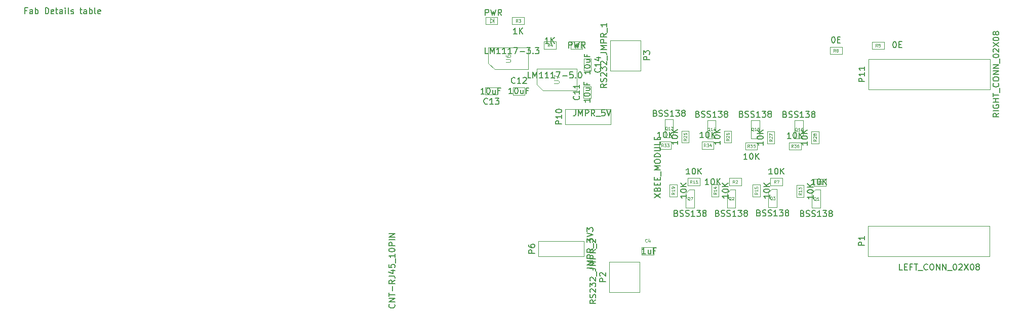
<source format=gbr>
G04 #@! TF.FileFunction,Other,Fab,Top*
%FSLAX46Y46*%
G04 Gerber Fmt 4.6, Leading zero omitted, Abs format (unit mm)*
G04 Created by KiCad (PCBNEW 4.0.4-stable) date 05/31/17 10:55:34*
%MOMM*%
%LPD*%
G01*
G04 APERTURE LIST*
%ADD10C,0.100000*%
%ADD11C,0.150000*%
%ADD12C,0.075000*%
%ADD13C,0.120000*%
G04 APERTURE END LIST*
D10*
X177300000Y-74180000D02*
X177300000Y-75420000D01*
X175300000Y-74180000D02*
X177300000Y-74180000D01*
X175300000Y-75420000D02*
X175300000Y-74180000D01*
X177300000Y-75420000D02*
X175300000Y-75420000D01*
X143810000Y-109010000D02*
X143810000Y-107770000D01*
X145810000Y-109010000D02*
X143810000Y-109010000D01*
X145810000Y-107770000D02*
X145810000Y-109010000D01*
X143810000Y-107770000D02*
X145810000Y-107770000D01*
X135340000Y-82800000D02*
X134100000Y-82800000D01*
X135340000Y-80800000D02*
X135340000Y-82800000D01*
X134100000Y-80800000D02*
X135340000Y-80800000D01*
X134100000Y-82800000D02*
X134100000Y-80800000D01*
X122290000Y-82220000D02*
X122290000Y-80980000D01*
X124290000Y-82220000D02*
X122290000Y-82220000D01*
X124290000Y-80980000D02*
X124290000Y-82220000D01*
X122290000Y-80980000D02*
X124290000Y-80980000D01*
X119690000Y-80970000D02*
X119690000Y-82210000D01*
X117690000Y-80970000D02*
X119690000Y-80970000D01*
X117690000Y-82210000D02*
X117690000Y-80970000D01*
X119690000Y-82210000D02*
X117690000Y-82210000D01*
X134120000Y-76170000D02*
X135360000Y-76170000D01*
X134120000Y-78170000D02*
X134120000Y-76170000D01*
X135360000Y-78170000D02*
X134120000Y-78170000D01*
X135360000Y-76170000D02*
X135360000Y-78170000D01*
X119110000Y-70190000D02*
X119110000Y-69390000D01*
X119110000Y-69790000D02*
X118510000Y-70190000D01*
X118510000Y-69390000D02*
X119110000Y-69790000D01*
X118510000Y-70190000D02*
X118510000Y-69390000D01*
X117710000Y-69190000D02*
X119710000Y-69190000D01*
X117710000Y-70390000D02*
X117710000Y-69190000D01*
X119710000Y-70390000D02*
X117710000Y-70390000D01*
X119710000Y-69190000D02*
X119710000Y-70390000D01*
X132520000Y-73520000D02*
X132520000Y-74320000D01*
X132520000Y-73920000D02*
X133120000Y-73520000D01*
X133120000Y-74320000D02*
X132520000Y-73920000D01*
X133120000Y-73520000D02*
X133120000Y-74320000D01*
X133920000Y-74520000D02*
X131920000Y-74520000D01*
X133920000Y-73320000D02*
X133920000Y-74520000D01*
X131920000Y-73320000D02*
X133920000Y-73320000D01*
X131920000Y-74520000D02*
X131920000Y-73320000D01*
X181680000Y-109240000D02*
X202000000Y-109240000D01*
X202000000Y-109240000D02*
X202000000Y-104160000D01*
X202000000Y-104160000D02*
X181680000Y-104160000D01*
X181680000Y-104160000D02*
X181680000Y-109240000D01*
X138390000Y-115310000D02*
X143470000Y-115310000D01*
X143470000Y-115310000D02*
X143470000Y-110230000D01*
X143470000Y-110230000D02*
X138390000Y-110230000D01*
X138390000Y-110230000D02*
X138390000Y-115310000D01*
X143630000Y-73080000D02*
X138550000Y-73080000D01*
X138550000Y-73080000D02*
X138550000Y-78160000D01*
X138550000Y-78160000D02*
X143630000Y-78160000D01*
X143630000Y-78160000D02*
X143630000Y-73080000D01*
X126530000Y-109270000D02*
X134150000Y-109270000D01*
X134150000Y-109270000D02*
X134150000Y-106730000D01*
X134150000Y-106730000D02*
X126530000Y-106730000D01*
X126530000Y-106730000D02*
X126530000Y-109270000D01*
X131050000Y-87170000D02*
X138670000Y-87170000D01*
X138670000Y-87170000D02*
X138670000Y-84630000D01*
X138670000Y-84630000D02*
X131050000Y-84630000D01*
X131050000Y-84630000D02*
X131050000Y-87170000D01*
X181700000Y-81320000D02*
X202020000Y-81320000D01*
X202020000Y-81320000D02*
X202020000Y-76240000D01*
X202020000Y-76240000D02*
X181700000Y-76240000D01*
X181700000Y-76240000D02*
X181700000Y-81320000D01*
X174600000Y-96280000D02*
X174600000Y-97520000D01*
X172600000Y-96280000D02*
X174600000Y-96280000D01*
X172600000Y-97520000D02*
X172600000Y-96280000D01*
X174600000Y-97520000D02*
X172600000Y-97520000D01*
X160450000Y-96180000D02*
X160450000Y-97420000D01*
X158450000Y-96180000D02*
X160450000Y-96180000D01*
X158450000Y-97420000D02*
X158450000Y-96180000D01*
X160450000Y-97420000D02*
X158450000Y-97420000D01*
X122160000Y-70440000D02*
X122160000Y-69200000D01*
X124160000Y-70440000D02*
X122160000Y-70440000D01*
X124160000Y-69200000D02*
X124160000Y-70440000D01*
X122160000Y-69200000D02*
X124160000Y-69200000D01*
X129480000Y-73300000D02*
X129480000Y-74540000D01*
X127480000Y-73300000D02*
X129480000Y-73300000D01*
X127480000Y-74540000D02*
X127480000Y-73300000D01*
X129480000Y-74540000D02*
X127480000Y-74540000D01*
X182330000Y-74590000D02*
X182330000Y-73350000D01*
X184330000Y-74590000D02*
X182330000Y-74590000D01*
X184330000Y-73350000D02*
X184330000Y-74590000D01*
X182330000Y-73350000D02*
X184330000Y-73350000D01*
X119230000Y-77980000D02*
X118180000Y-76930000D01*
X119230000Y-77980000D02*
X124880000Y-77980000D01*
X118180000Y-76930000D02*
X118180000Y-74280000D01*
X124880000Y-77980000D02*
X124880000Y-74280000D01*
X118180000Y-74280000D02*
X124880000Y-74280000D01*
X127330000Y-81520000D02*
X126280000Y-80470000D01*
X127330000Y-81520000D02*
X132980000Y-81520000D01*
X126280000Y-80470000D02*
X126280000Y-77820000D01*
X132980000Y-81520000D02*
X132980000Y-77820000D01*
X126280000Y-77820000D02*
X132980000Y-77820000D01*
X172300000Y-98700000D02*
X172300000Y-101150000D01*
X172850000Y-98130000D02*
X173700000Y-98130000D01*
X172300000Y-98700000D02*
X172850000Y-98130000D01*
X173700000Y-98130000D02*
X173700000Y-101170000D01*
X172300000Y-101170000D02*
X173700000Y-101170000D01*
X158100000Y-98650000D02*
X158100000Y-101100000D01*
X158650000Y-98080000D02*
X159500000Y-98080000D01*
X158100000Y-98650000D02*
X158650000Y-98080000D01*
X159500000Y-98080000D02*
X159500000Y-101120000D01*
X158100000Y-101120000D02*
X159500000Y-101120000D01*
X165000000Y-98600000D02*
X165000000Y-101050000D01*
X165550000Y-98030000D02*
X166400000Y-98030000D01*
X165000000Y-98600000D02*
X165550000Y-98030000D01*
X166400000Y-98030000D02*
X166400000Y-101070000D01*
X165000000Y-101070000D02*
X166400000Y-101070000D01*
X151200000Y-98650000D02*
X151200000Y-101100000D01*
X151750000Y-98080000D02*
X152600000Y-98080000D01*
X151200000Y-98650000D02*
X151750000Y-98080000D01*
X152600000Y-98080000D02*
X152600000Y-101120000D01*
X151200000Y-101120000D02*
X152600000Y-101120000D01*
X149100000Y-88800000D02*
X149100000Y-86350000D01*
X148550000Y-89370000D02*
X147700000Y-89370000D01*
X149100000Y-88800000D02*
X148550000Y-89370000D01*
X147700000Y-89370000D02*
X147700000Y-86330000D01*
X149100000Y-86330000D02*
X147700000Y-86330000D01*
X156200000Y-88950000D02*
X156200000Y-86500000D01*
X155650000Y-89520000D02*
X154800000Y-89520000D01*
X156200000Y-88950000D02*
X155650000Y-89520000D01*
X154800000Y-89520000D02*
X154800000Y-86480000D01*
X156200000Y-86480000D02*
X154800000Y-86480000D01*
X163500000Y-88950000D02*
X163500000Y-86500000D01*
X162950000Y-89520000D02*
X162100000Y-89520000D01*
X163500000Y-88950000D02*
X162950000Y-89520000D01*
X162100000Y-89520000D02*
X162100000Y-86480000D01*
X163500000Y-86480000D02*
X162100000Y-86480000D01*
X170800000Y-89000000D02*
X170800000Y-86550000D01*
X170250000Y-89570000D02*
X169400000Y-89570000D01*
X170800000Y-89000000D02*
X170250000Y-89570000D01*
X169400000Y-89570000D02*
X169400000Y-86530000D01*
X170800000Y-86530000D02*
X169400000Y-86530000D01*
X167350000Y-96180000D02*
X167350000Y-97420000D01*
X165350000Y-96180000D02*
X167350000Y-96180000D01*
X165350000Y-97420000D02*
X165350000Y-96180000D01*
X167350000Y-97420000D02*
X165350000Y-97420000D01*
X153550000Y-96180000D02*
X153550000Y-97420000D01*
X151550000Y-96180000D02*
X153550000Y-96180000D01*
X151550000Y-97420000D02*
X151550000Y-96180000D01*
X153550000Y-97420000D02*
X151550000Y-97420000D01*
X170920000Y-99350000D02*
X169680000Y-99350000D01*
X170920000Y-97350000D02*
X170920000Y-99350000D01*
X169680000Y-97350000D02*
X170920000Y-97350000D01*
X169680000Y-99350000D02*
X169680000Y-97350000D01*
X156720000Y-99250000D02*
X155480000Y-99250000D01*
X156720000Y-97250000D02*
X156720000Y-99250000D01*
X155480000Y-97250000D02*
X156720000Y-97250000D01*
X155480000Y-99250000D02*
X155480000Y-97250000D01*
X163620000Y-99250000D02*
X162380000Y-99250000D01*
X163620000Y-97250000D02*
X163620000Y-99250000D01*
X162380000Y-97250000D02*
X163620000Y-97250000D01*
X162380000Y-99250000D02*
X162380000Y-97250000D01*
X149720000Y-99250000D02*
X148480000Y-99250000D01*
X149720000Y-97250000D02*
X149720000Y-99250000D01*
X148480000Y-97250000D02*
X149720000Y-97250000D01*
X148480000Y-99250000D02*
X148480000Y-97250000D01*
X150480000Y-88250000D02*
X151720000Y-88250000D01*
X150480000Y-90250000D02*
X150480000Y-88250000D01*
X151720000Y-90250000D02*
X150480000Y-90250000D01*
X151720000Y-88250000D02*
X151720000Y-90250000D01*
X157580000Y-88250000D02*
X158820000Y-88250000D01*
X157580000Y-90250000D02*
X157580000Y-88250000D01*
X158820000Y-90250000D02*
X157580000Y-90250000D01*
X158820000Y-88250000D02*
X158820000Y-90250000D01*
X164780000Y-88350000D02*
X166020000Y-88350000D01*
X164780000Y-90350000D02*
X164780000Y-88350000D01*
X166020000Y-90350000D02*
X164780000Y-90350000D01*
X166020000Y-88350000D02*
X166020000Y-90350000D01*
X172180000Y-88350000D02*
X173420000Y-88350000D01*
X172180000Y-90350000D02*
X172180000Y-88350000D01*
X173420000Y-90350000D02*
X172180000Y-90350000D01*
X173420000Y-88350000D02*
X173420000Y-90350000D01*
X148750000Y-90080000D02*
X148750000Y-91320000D01*
X146750000Y-90080000D02*
X148750000Y-90080000D01*
X146750000Y-91320000D02*
X146750000Y-90080000D01*
X148750000Y-91320000D02*
X146750000Y-91320000D01*
X155850000Y-90080000D02*
X155850000Y-91320000D01*
X153850000Y-90080000D02*
X155850000Y-90080000D01*
X153850000Y-91320000D02*
X153850000Y-90080000D01*
X155850000Y-91320000D02*
X153850000Y-91320000D01*
X161150000Y-91420000D02*
X161150000Y-90180000D01*
X163150000Y-91420000D02*
X161150000Y-91420000D01*
X163150000Y-90180000D02*
X163150000Y-91420000D01*
X161150000Y-90180000D02*
X163150000Y-90180000D01*
X170450000Y-90180000D02*
X170450000Y-91420000D01*
X168450000Y-90180000D02*
X170450000Y-90180000D01*
X168450000Y-91420000D02*
X168450000Y-90180000D01*
X170450000Y-91420000D02*
X168450000Y-91420000D01*
D11*
X175800000Y-72502381D02*
X175895239Y-72502381D01*
X175990477Y-72550000D01*
X176038096Y-72597619D01*
X176085715Y-72692857D01*
X176133334Y-72883333D01*
X176133334Y-73121429D01*
X176085715Y-73311905D01*
X176038096Y-73407143D01*
X175990477Y-73454762D01*
X175895239Y-73502381D01*
X175800000Y-73502381D01*
X175704762Y-73454762D01*
X175657143Y-73407143D01*
X175609524Y-73311905D01*
X175561905Y-73121429D01*
X175561905Y-72883333D01*
X175609524Y-72692857D01*
X175657143Y-72597619D01*
X175704762Y-72550000D01*
X175800000Y-72502381D01*
X176561905Y-72978571D02*
X176895239Y-72978571D01*
X177038096Y-73502381D02*
X176561905Y-73502381D01*
X176561905Y-72502381D01*
X177038096Y-72502381D01*
D12*
X176216667Y-75026190D02*
X176050000Y-74788095D01*
X175930953Y-75026190D02*
X175930953Y-74526190D01*
X176121429Y-74526190D01*
X176169048Y-74550000D01*
X176192857Y-74573810D01*
X176216667Y-74621429D01*
X176216667Y-74692857D01*
X176192857Y-74740476D01*
X176169048Y-74764286D01*
X176121429Y-74788095D01*
X175930953Y-74788095D01*
X176645238Y-74526190D02*
X176550000Y-74526190D01*
X176502381Y-74550000D01*
X176478572Y-74573810D01*
X176430953Y-74645238D01*
X176407143Y-74740476D01*
X176407143Y-74930952D01*
X176430953Y-74978571D01*
X176454762Y-75002381D01*
X176502381Y-75026190D01*
X176597619Y-75026190D01*
X176645238Y-75002381D01*
X176669048Y-74978571D01*
X176692857Y-74930952D01*
X176692857Y-74811905D01*
X176669048Y-74764286D01*
X176645238Y-74740476D01*
X176597619Y-74716667D01*
X176502381Y-74716667D01*
X176454762Y-74740476D01*
X176430953Y-74764286D01*
X176407143Y-74811905D01*
D11*
X144454762Y-108832381D02*
X143883333Y-108832381D01*
X144169047Y-108832381D02*
X144169047Y-107832381D01*
X144073809Y-107975238D01*
X143978571Y-108070476D01*
X143883333Y-108118095D01*
X145311905Y-108165714D02*
X145311905Y-108832381D01*
X144883333Y-108165714D02*
X144883333Y-108689524D01*
X144930952Y-108784762D01*
X145026190Y-108832381D01*
X145169048Y-108832381D01*
X145264286Y-108784762D01*
X145311905Y-108737143D01*
X146121429Y-108308571D02*
X145788095Y-108308571D01*
X145788095Y-108832381D02*
X145788095Y-107832381D01*
X146264286Y-107832381D01*
D10*
X144726667Y-106818571D02*
X144702857Y-106842381D01*
X144631429Y-106866190D01*
X144583810Y-106866190D01*
X144512381Y-106842381D01*
X144464762Y-106794762D01*
X144440953Y-106747143D01*
X144417143Y-106651905D01*
X144417143Y-106580476D01*
X144440953Y-106485238D01*
X144464762Y-106437619D01*
X144512381Y-106390000D01*
X144583810Y-106366190D01*
X144631429Y-106366190D01*
X144702857Y-106390000D01*
X144726667Y-106413810D01*
X145155238Y-106532857D02*
X145155238Y-106866190D01*
X145036191Y-106342381D02*
X144917143Y-106699524D01*
X145226667Y-106699524D01*
D11*
X135152381Y-82841428D02*
X135152381Y-83412857D01*
X135152381Y-83127143D02*
X134152381Y-83127143D01*
X134295238Y-83222381D01*
X134390476Y-83317619D01*
X134438095Y-83412857D01*
X134152381Y-82222381D02*
X134152381Y-82127142D01*
X134200000Y-82031904D01*
X134247619Y-81984285D01*
X134342857Y-81936666D01*
X134533333Y-81889047D01*
X134771429Y-81889047D01*
X134961905Y-81936666D01*
X135057143Y-81984285D01*
X135104762Y-82031904D01*
X135152381Y-82127142D01*
X135152381Y-82222381D01*
X135104762Y-82317619D01*
X135057143Y-82365238D01*
X134961905Y-82412857D01*
X134771429Y-82460476D01*
X134533333Y-82460476D01*
X134342857Y-82412857D01*
X134247619Y-82365238D01*
X134200000Y-82317619D01*
X134152381Y-82222381D01*
X134485714Y-81031904D02*
X135152381Y-81031904D01*
X134485714Y-81460476D02*
X135009524Y-81460476D01*
X135104762Y-81412857D01*
X135152381Y-81317619D01*
X135152381Y-81174761D01*
X135104762Y-81079523D01*
X135057143Y-81031904D01*
X134628571Y-80222380D02*
X134628571Y-80555714D01*
X135152381Y-80555714D02*
X134152381Y-80555714D01*
X134152381Y-80079523D01*
X133327143Y-82442857D02*
X133374762Y-82490476D01*
X133422381Y-82633333D01*
X133422381Y-82728571D01*
X133374762Y-82871429D01*
X133279524Y-82966667D01*
X133184286Y-83014286D01*
X132993810Y-83061905D01*
X132850952Y-83061905D01*
X132660476Y-83014286D01*
X132565238Y-82966667D01*
X132470000Y-82871429D01*
X132422381Y-82728571D01*
X132422381Y-82633333D01*
X132470000Y-82490476D01*
X132517619Y-82442857D01*
X133422381Y-81490476D02*
X133422381Y-82061905D01*
X133422381Y-81776191D02*
X132422381Y-81776191D01*
X132565238Y-81871429D01*
X132660476Y-81966667D01*
X132708095Y-82061905D01*
X133422381Y-80538095D02*
X133422381Y-81109524D01*
X133422381Y-80823810D02*
X132422381Y-80823810D01*
X132565238Y-80919048D01*
X132660476Y-81014286D01*
X132708095Y-81109524D01*
X122198572Y-82042381D02*
X121627143Y-82042381D01*
X121912857Y-82042381D02*
X121912857Y-81042381D01*
X121817619Y-81185238D01*
X121722381Y-81280476D01*
X121627143Y-81328095D01*
X122817619Y-81042381D02*
X122912858Y-81042381D01*
X123008096Y-81090000D01*
X123055715Y-81137619D01*
X123103334Y-81232857D01*
X123150953Y-81423333D01*
X123150953Y-81661429D01*
X123103334Y-81851905D01*
X123055715Y-81947143D01*
X123008096Y-81994762D01*
X122912858Y-82042381D01*
X122817619Y-82042381D01*
X122722381Y-81994762D01*
X122674762Y-81947143D01*
X122627143Y-81851905D01*
X122579524Y-81661429D01*
X122579524Y-81423333D01*
X122627143Y-81232857D01*
X122674762Y-81137619D01*
X122722381Y-81090000D01*
X122817619Y-81042381D01*
X124008096Y-81375714D02*
X124008096Y-82042381D01*
X123579524Y-81375714D02*
X123579524Y-81899524D01*
X123627143Y-81994762D01*
X123722381Y-82042381D01*
X123865239Y-82042381D01*
X123960477Y-81994762D01*
X124008096Y-81947143D01*
X124817620Y-81518571D02*
X124484286Y-81518571D01*
X124484286Y-82042381D02*
X124484286Y-81042381D01*
X124960477Y-81042381D01*
X122647143Y-80207143D02*
X122599524Y-80254762D01*
X122456667Y-80302381D01*
X122361429Y-80302381D01*
X122218571Y-80254762D01*
X122123333Y-80159524D01*
X122075714Y-80064286D01*
X122028095Y-79873810D01*
X122028095Y-79730952D01*
X122075714Y-79540476D01*
X122123333Y-79445238D01*
X122218571Y-79350000D01*
X122361429Y-79302381D01*
X122456667Y-79302381D01*
X122599524Y-79350000D01*
X122647143Y-79397619D01*
X123599524Y-80302381D02*
X123028095Y-80302381D01*
X123313809Y-80302381D02*
X123313809Y-79302381D01*
X123218571Y-79445238D01*
X123123333Y-79540476D01*
X123028095Y-79588095D01*
X123980476Y-79397619D02*
X124028095Y-79350000D01*
X124123333Y-79302381D01*
X124361429Y-79302381D01*
X124456667Y-79350000D01*
X124504286Y-79397619D01*
X124551905Y-79492857D01*
X124551905Y-79588095D01*
X124504286Y-79730952D01*
X123932857Y-80302381D01*
X124551905Y-80302381D01*
X117508572Y-82062381D02*
X116937143Y-82062381D01*
X117222857Y-82062381D02*
X117222857Y-81062381D01*
X117127619Y-81205238D01*
X117032381Y-81300476D01*
X116937143Y-81348095D01*
X118127619Y-81062381D02*
X118222858Y-81062381D01*
X118318096Y-81110000D01*
X118365715Y-81157619D01*
X118413334Y-81252857D01*
X118460953Y-81443333D01*
X118460953Y-81681429D01*
X118413334Y-81871905D01*
X118365715Y-81967143D01*
X118318096Y-82014762D01*
X118222858Y-82062381D01*
X118127619Y-82062381D01*
X118032381Y-82014762D01*
X117984762Y-81967143D01*
X117937143Y-81871905D01*
X117889524Y-81681429D01*
X117889524Y-81443333D01*
X117937143Y-81252857D01*
X117984762Y-81157619D01*
X118032381Y-81110000D01*
X118127619Y-81062381D01*
X119318096Y-81395714D02*
X119318096Y-82062381D01*
X118889524Y-81395714D02*
X118889524Y-81919524D01*
X118937143Y-82014762D01*
X119032381Y-82062381D01*
X119175239Y-82062381D01*
X119270477Y-82014762D01*
X119318096Y-81967143D01*
X120127620Y-81538571D02*
X119794286Y-81538571D01*
X119794286Y-82062381D02*
X119794286Y-81062381D01*
X120270477Y-81062381D01*
X118047143Y-83697143D02*
X117999524Y-83744762D01*
X117856667Y-83792381D01*
X117761429Y-83792381D01*
X117618571Y-83744762D01*
X117523333Y-83649524D01*
X117475714Y-83554286D01*
X117428095Y-83363810D01*
X117428095Y-83220952D01*
X117475714Y-83030476D01*
X117523333Y-82935238D01*
X117618571Y-82840000D01*
X117761429Y-82792381D01*
X117856667Y-82792381D01*
X117999524Y-82840000D01*
X118047143Y-82887619D01*
X118999524Y-83792381D02*
X118428095Y-83792381D01*
X118713809Y-83792381D02*
X118713809Y-82792381D01*
X118618571Y-82935238D01*
X118523333Y-83030476D01*
X118428095Y-83078095D01*
X119332857Y-82792381D02*
X119951905Y-82792381D01*
X119618571Y-83173333D01*
X119761429Y-83173333D01*
X119856667Y-83220952D01*
X119904286Y-83268571D01*
X119951905Y-83363810D01*
X119951905Y-83601905D01*
X119904286Y-83697143D01*
X119856667Y-83744762D01*
X119761429Y-83792381D01*
X119475714Y-83792381D01*
X119380476Y-83744762D01*
X119332857Y-83697143D01*
X135212381Y-78131428D02*
X135212381Y-78702857D01*
X135212381Y-78417143D02*
X134212381Y-78417143D01*
X134355238Y-78512381D01*
X134450476Y-78607619D01*
X134498095Y-78702857D01*
X134212381Y-77512381D02*
X134212381Y-77417142D01*
X134260000Y-77321904D01*
X134307619Y-77274285D01*
X134402857Y-77226666D01*
X134593333Y-77179047D01*
X134831429Y-77179047D01*
X135021905Y-77226666D01*
X135117143Y-77274285D01*
X135164762Y-77321904D01*
X135212381Y-77417142D01*
X135212381Y-77512381D01*
X135164762Y-77607619D01*
X135117143Y-77655238D01*
X135021905Y-77702857D01*
X134831429Y-77750476D01*
X134593333Y-77750476D01*
X134402857Y-77702857D01*
X134307619Y-77655238D01*
X134260000Y-77607619D01*
X134212381Y-77512381D01*
X134545714Y-76321904D02*
X135212381Y-76321904D01*
X134545714Y-76750476D02*
X135069524Y-76750476D01*
X135164762Y-76702857D01*
X135212381Y-76607619D01*
X135212381Y-76464761D01*
X135164762Y-76369523D01*
X135117143Y-76321904D01*
X134688571Y-75512380D02*
X134688571Y-75845714D01*
X135212381Y-75845714D02*
X134212381Y-75845714D01*
X134212381Y-75369523D01*
X136847143Y-77812857D02*
X136894762Y-77860476D01*
X136942381Y-78003333D01*
X136942381Y-78098571D01*
X136894762Y-78241429D01*
X136799524Y-78336667D01*
X136704286Y-78384286D01*
X136513810Y-78431905D01*
X136370952Y-78431905D01*
X136180476Y-78384286D01*
X136085238Y-78336667D01*
X135990000Y-78241429D01*
X135942381Y-78098571D01*
X135942381Y-78003333D01*
X135990000Y-77860476D01*
X136037619Y-77812857D01*
X136942381Y-76860476D02*
X136942381Y-77431905D01*
X136942381Y-77146191D02*
X135942381Y-77146191D01*
X136085238Y-77241429D01*
X136180476Y-77336667D01*
X136228095Y-77431905D01*
X136275714Y-76003333D02*
X136942381Y-76003333D01*
X135894762Y-76241429D02*
X136609048Y-76479524D01*
X136609048Y-75860476D01*
X117676667Y-68922381D02*
X117676667Y-67922381D01*
X118057620Y-67922381D01*
X118152858Y-67970000D01*
X118200477Y-68017619D01*
X118248096Y-68112857D01*
X118248096Y-68255714D01*
X118200477Y-68350952D01*
X118152858Y-68398571D01*
X118057620Y-68446190D01*
X117676667Y-68446190D01*
X118581429Y-67922381D02*
X118819524Y-68922381D01*
X119010001Y-68208095D01*
X119200477Y-68922381D01*
X119438572Y-67922381D01*
X120390953Y-68922381D02*
X120057619Y-68446190D01*
X119819524Y-68922381D02*
X119819524Y-67922381D01*
X120200477Y-67922381D01*
X120295715Y-67970000D01*
X120343334Y-68017619D01*
X120390953Y-68112857D01*
X120390953Y-68255714D01*
X120343334Y-68350952D01*
X120295715Y-68398571D01*
X120200477Y-68446190D01*
X119819524Y-68446190D01*
X131626667Y-74362381D02*
X131626667Y-73362381D01*
X132007620Y-73362381D01*
X132102858Y-73410000D01*
X132150477Y-73457619D01*
X132198096Y-73552857D01*
X132198096Y-73695714D01*
X132150477Y-73790952D01*
X132102858Y-73838571D01*
X132007620Y-73886190D01*
X131626667Y-73886190D01*
X132531429Y-73362381D02*
X132769524Y-74362381D01*
X132960001Y-73648095D01*
X133150477Y-74362381D01*
X133388572Y-73362381D01*
X134340953Y-74362381D02*
X134007619Y-73886190D01*
X133769524Y-74362381D02*
X133769524Y-73362381D01*
X134150477Y-73362381D01*
X134245715Y-73410000D01*
X134293334Y-73457619D01*
X134340953Y-73552857D01*
X134340953Y-73695714D01*
X134293334Y-73790952D01*
X134245715Y-73838571D01*
X134150477Y-73886190D01*
X133769524Y-73886190D01*
X187423333Y-111532381D02*
X186947142Y-111532381D01*
X186947142Y-110532381D01*
X187756666Y-111008571D02*
X188090000Y-111008571D01*
X188232857Y-111532381D02*
X187756666Y-111532381D01*
X187756666Y-110532381D01*
X188232857Y-110532381D01*
X188994762Y-111008571D02*
X188661428Y-111008571D01*
X188661428Y-111532381D02*
X188661428Y-110532381D01*
X189137619Y-110532381D01*
X189375714Y-110532381D02*
X189947143Y-110532381D01*
X189661428Y-111532381D02*
X189661428Y-110532381D01*
X190042381Y-111627619D02*
X190804286Y-111627619D01*
X191613810Y-111437143D02*
X191566191Y-111484762D01*
X191423334Y-111532381D01*
X191328096Y-111532381D01*
X191185238Y-111484762D01*
X191090000Y-111389524D01*
X191042381Y-111294286D01*
X190994762Y-111103810D01*
X190994762Y-110960952D01*
X191042381Y-110770476D01*
X191090000Y-110675238D01*
X191185238Y-110580000D01*
X191328096Y-110532381D01*
X191423334Y-110532381D01*
X191566191Y-110580000D01*
X191613810Y-110627619D01*
X192232857Y-110532381D02*
X192423334Y-110532381D01*
X192518572Y-110580000D01*
X192613810Y-110675238D01*
X192661429Y-110865714D01*
X192661429Y-111199048D01*
X192613810Y-111389524D01*
X192518572Y-111484762D01*
X192423334Y-111532381D01*
X192232857Y-111532381D01*
X192137619Y-111484762D01*
X192042381Y-111389524D01*
X191994762Y-111199048D01*
X191994762Y-110865714D01*
X192042381Y-110675238D01*
X192137619Y-110580000D01*
X192232857Y-110532381D01*
X193090000Y-111532381D02*
X193090000Y-110532381D01*
X193661429Y-111532381D01*
X193661429Y-110532381D01*
X194137619Y-111532381D02*
X194137619Y-110532381D01*
X194709048Y-111532381D01*
X194709048Y-110532381D01*
X194947143Y-111627619D02*
X195709048Y-111627619D01*
X196137619Y-110532381D02*
X196232858Y-110532381D01*
X196328096Y-110580000D01*
X196375715Y-110627619D01*
X196423334Y-110722857D01*
X196470953Y-110913333D01*
X196470953Y-111151429D01*
X196423334Y-111341905D01*
X196375715Y-111437143D01*
X196328096Y-111484762D01*
X196232858Y-111532381D01*
X196137619Y-111532381D01*
X196042381Y-111484762D01*
X195994762Y-111437143D01*
X195947143Y-111341905D01*
X195899524Y-111151429D01*
X195899524Y-110913333D01*
X195947143Y-110722857D01*
X195994762Y-110627619D01*
X196042381Y-110580000D01*
X196137619Y-110532381D01*
X196851905Y-110627619D02*
X196899524Y-110580000D01*
X196994762Y-110532381D01*
X197232858Y-110532381D01*
X197328096Y-110580000D01*
X197375715Y-110627619D01*
X197423334Y-110722857D01*
X197423334Y-110818095D01*
X197375715Y-110960952D01*
X196804286Y-111532381D01*
X197423334Y-111532381D01*
X197756667Y-110532381D02*
X198423334Y-111532381D01*
X198423334Y-110532381D02*
X197756667Y-111532381D01*
X198994762Y-110532381D02*
X199090001Y-110532381D01*
X199185239Y-110580000D01*
X199232858Y-110627619D01*
X199280477Y-110722857D01*
X199328096Y-110913333D01*
X199328096Y-111151429D01*
X199280477Y-111341905D01*
X199232858Y-111437143D01*
X199185239Y-111484762D01*
X199090001Y-111532381D01*
X198994762Y-111532381D01*
X198899524Y-111484762D01*
X198851905Y-111437143D01*
X198804286Y-111341905D01*
X198756667Y-111151429D01*
X198756667Y-110913333D01*
X198804286Y-110722857D01*
X198851905Y-110627619D01*
X198899524Y-110580000D01*
X198994762Y-110532381D01*
X199899524Y-110960952D02*
X199804286Y-110913333D01*
X199756667Y-110865714D01*
X199709048Y-110770476D01*
X199709048Y-110722857D01*
X199756667Y-110627619D01*
X199804286Y-110580000D01*
X199899524Y-110532381D01*
X200090001Y-110532381D01*
X200185239Y-110580000D01*
X200232858Y-110627619D01*
X200280477Y-110722857D01*
X200280477Y-110770476D01*
X200232858Y-110865714D01*
X200185239Y-110913333D01*
X200090001Y-110960952D01*
X199899524Y-110960952D01*
X199804286Y-111008571D01*
X199756667Y-111056190D01*
X199709048Y-111151429D01*
X199709048Y-111341905D01*
X199756667Y-111437143D01*
X199804286Y-111484762D01*
X199899524Y-111532381D01*
X200090001Y-111532381D01*
X200185239Y-111484762D01*
X200232858Y-111437143D01*
X200280477Y-111341905D01*
X200280477Y-111151429D01*
X200232858Y-111056190D01*
X200185239Y-111008571D01*
X200090001Y-110960952D01*
X181072381Y-107438095D02*
X180072381Y-107438095D01*
X180072381Y-107057142D01*
X180120000Y-106961904D01*
X180167619Y-106914285D01*
X180262857Y-106866666D01*
X180405714Y-106866666D01*
X180500952Y-106914285D01*
X180548571Y-106961904D01*
X180596190Y-107057142D01*
X180596190Y-107438095D01*
X181072381Y-105914285D02*
X181072381Y-106485714D01*
X181072381Y-106200000D02*
X180072381Y-106200000D01*
X180215238Y-106295238D01*
X180310476Y-106390476D01*
X180358095Y-106485714D01*
X136142381Y-116585714D02*
X135666190Y-116919048D01*
X136142381Y-117157143D02*
X135142381Y-117157143D01*
X135142381Y-116776190D01*
X135190000Y-116680952D01*
X135237619Y-116633333D01*
X135332857Y-116585714D01*
X135475714Y-116585714D01*
X135570952Y-116633333D01*
X135618571Y-116680952D01*
X135666190Y-116776190D01*
X135666190Y-117157143D01*
X136094762Y-116204762D02*
X136142381Y-116061905D01*
X136142381Y-115823809D01*
X136094762Y-115728571D01*
X136047143Y-115680952D01*
X135951905Y-115633333D01*
X135856667Y-115633333D01*
X135761429Y-115680952D01*
X135713810Y-115728571D01*
X135666190Y-115823809D01*
X135618571Y-116014286D01*
X135570952Y-116109524D01*
X135523333Y-116157143D01*
X135428095Y-116204762D01*
X135332857Y-116204762D01*
X135237619Y-116157143D01*
X135190000Y-116109524D01*
X135142381Y-116014286D01*
X135142381Y-115776190D01*
X135190000Y-115633333D01*
X135237619Y-115252381D02*
X135190000Y-115204762D01*
X135142381Y-115109524D01*
X135142381Y-114871428D01*
X135190000Y-114776190D01*
X135237619Y-114728571D01*
X135332857Y-114680952D01*
X135428095Y-114680952D01*
X135570952Y-114728571D01*
X136142381Y-115300000D01*
X136142381Y-114680952D01*
X135142381Y-114347619D02*
X135142381Y-113728571D01*
X135523333Y-114061905D01*
X135523333Y-113919047D01*
X135570952Y-113823809D01*
X135618571Y-113776190D01*
X135713810Y-113728571D01*
X135951905Y-113728571D01*
X136047143Y-113776190D01*
X136094762Y-113823809D01*
X136142381Y-113919047D01*
X136142381Y-114204762D01*
X136094762Y-114300000D01*
X136047143Y-114347619D01*
X135237619Y-113347619D02*
X135190000Y-113300000D01*
X135142381Y-113204762D01*
X135142381Y-112966666D01*
X135190000Y-112871428D01*
X135237619Y-112823809D01*
X135332857Y-112776190D01*
X135428095Y-112776190D01*
X135570952Y-112823809D01*
X136142381Y-113395238D01*
X136142381Y-112776190D01*
X136237619Y-112585714D02*
X136237619Y-111823809D01*
X135142381Y-111299999D02*
X135856667Y-111299999D01*
X135999524Y-111347619D01*
X136094762Y-111442857D01*
X136142381Y-111585714D01*
X136142381Y-111680952D01*
X136142381Y-110823809D02*
X135142381Y-110823809D01*
X135856667Y-110490475D01*
X135142381Y-110157142D01*
X136142381Y-110157142D01*
X136142381Y-109680952D02*
X135142381Y-109680952D01*
X135142381Y-109299999D01*
X135190000Y-109204761D01*
X135237619Y-109157142D01*
X135332857Y-109109523D01*
X135475714Y-109109523D01*
X135570952Y-109157142D01*
X135618571Y-109204761D01*
X135666190Y-109299999D01*
X135666190Y-109680952D01*
X136142381Y-108109523D02*
X135666190Y-108442857D01*
X136142381Y-108680952D02*
X135142381Y-108680952D01*
X135142381Y-108299999D01*
X135190000Y-108204761D01*
X135237619Y-108157142D01*
X135332857Y-108109523D01*
X135475714Y-108109523D01*
X135570952Y-108157142D01*
X135618571Y-108204761D01*
X135666190Y-108299999D01*
X135666190Y-108680952D01*
X136237619Y-107919047D02*
X136237619Y-107157142D01*
X135237619Y-106966666D02*
X135190000Y-106919047D01*
X135142381Y-106823809D01*
X135142381Y-106585713D01*
X135190000Y-106490475D01*
X135237619Y-106442856D01*
X135332857Y-106395237D01*
X135428095Y-106395237D01*
X135570952Y-106442856D01*
X136142381Y-107014285D01*
X136142381Y-106395237D01*
X137782381Y-113508095D02*
X136782381Y-113508095D01*
X136782381Y-113127142D01*
X136830000Y-113031904D01*
X136877619Y-112984285D01*
X136972857Y-112936666D01*
X137115714Y-112936666D01*
X137210952Y-112984285D01*
X137258571Y-113031904D01*
X137306190Y-113127142D01*
X137306190Y-113508095D01*
X136877619Y-112555714D02*
X136830000Y-112508095D01*
X136782381Y-112412857D01*
X136782381Y-112174761D01*
X136830000Y-112079523D01*
X136877619Y-112031904D01*
X136972857Y-111984285D01*
X137068095Y-111984285D01*
X137210952Y-112031904D01*
X137782381Y-112603333D01*
X137782381Y-111984285D01*
X137942381Y-80405714D02*
X137466190Y-80739048D01*
X137942381Y-80977143D02*
X136942381Y-80977143D01*
X136942381Y-80596190D01*
X136990000Y-80500952D01*
X137037619Y-80453333D01*
X137132857Y-80405714D01*
X137275714Y-80405714D01*
X137370952Y-80453333D01*
X137418571Y-80500952D01*
X137466190Y-80596190D01*
X137466190Y-80977143D01*
X137894762Y-80024762D02*
X137942381Y-79881905D01*
X137942381Y-79643809D01*
X137894762Y-79548571D01*
X137847143Y-79500952D01*
X137751905Y-79453333D01*
X137656667Y-79453333D01*
X137561429Y-79500952D01*
X137513810Y-79548571D01*
X137466190Y-79643809D01*
X137418571Y-79834286D01*
X137370952Y-79929524D01*
X137323333Y-79977143D01*
X137228095Y-80024762D01*
X137132857Y-80024762D01*
X137037619Y-79977143D01*
X136990000Y-79929524D01*
X136942381Y-79834286D01*
X136942381Y-79596190D01*
X136990000Y-79453333D01*
X137037619Y-79072381D02*
X136990000Y-79024762D01*
X136942381Y-78929524D01*
X136942381Y-78691428D01*
X136990000Y-78596190D01*
X137037619Y-78548571D01*
X137132857Y-78500952D01*
X137228095Y-78500952D01*
X137370952Y-78548571D01*
X137942381Y-79120000D01*
X137942381Y-78500952D01*
X136942381Y-78167619D02*
X136942381Y-77548571D01*
X137323333Y-77881905D01*
X137323333Y-77739047D01*
X137370952Y-77643809D01*
X137418571Y-77596190D01*
X137513810Y-77548571D01*
X137751905Y-77548571D01*
X137847143Y-77596190D01*
X137894762Y-77643809D01*
X137942381Y-77739047D01*
X137942381Y-78024762D01*
X137894762Y-78120000D01*
X137847143Y-78167619D01*
X137037619Y-77167619D02*
X136990000Y-77120000D01*
X136942381Y-77024762D01*
X136942381Y-76786666D01*
X136990000Y-76691428D01*
X137037619Y-76643809D01*
X137132857Y-76596190D01*
X137228095Y-76596190D01*
X137370952Y-76643809D01*
X137942381Y-77215238D01*
X137942381Y-76596190D01*
X138037619Y-76405714D02*
X138037619Y-75643809D01*
X136942381Y-75119999D02*
X137656667Y-75119999D01*
X137799524Y-75167619D01*
X137894762Y-75262857D01*
X137942381Y-75405714D01*
X137942381Y-75500952D01*
X137942381Y-74643809D02*
X136942381Y-74643809D01*
X137656667Y-74310475D01*
X136942381Y-73977142D01*
X137942381Y-73977142D01*
X137942381Y-73500952D02*
X136942381Y-73500952D01*
X136942381Y-73119999D01*
X136990000Y-73024761D01*
X137037619Y-72977142D01*
X137132857Y-72929523D01*
X137275714Y-72929523D01*
X137370952Y-72977142D01*
X137418571Y-73024761D01*
X137466190Y-73119999D01*
X137466190Y-73500952D01*
X137942381Y-71929523D02*
X137466190Y-72262857D01*
X137942381Y-72500952D02*
X136942381Y-72500952D01*
X136942381Y-72119999D01*
X136990000Y-72024761D01*
X137037619Y-71977142D01*
X137132857Y-71929523D01*
X137275714Y-71929523D01*
X137370952Y-71977142D01*
X137418571Y-72024761D01*
X137466190Y-72119999D01*
X137466190Y-72500952D01*
X138037619Y-71739047D02*
X138037619Y-70977142D01*
X137942381Y-70215237D02*
X137942381Y-70786666D01*
X137942381Y-70500952D02*
X136942381Y-70500952D01*
X137085238Y-70596190D01*
X137180476Y-70691428D01*
X137228095Y-70786666D01*
X145142381Y-76358095D02*
X144142381Y-76358095D01*
X144142381Y-75977142D01*
X144190000Y-75881904D01*
X144237619Y-75834285D01*
X144332857Y-75786666D01*
X144475714Y-75786666D01*
X144570952Y-75834285D01*
X144618571Y-75881904D01*
X144666190Y-75977142D01*
X144666190Y-76358095D01*
X144142381Y-75453333D02*
X144142381Y-74834285D01*
X144523333Y-75167619D01*
X144523333Y-75024761D01*
X144570952Y-74929523D01*
X144618571Y-74881904D01*
X144713810Y-74834285D01*
X144951905Y-74834285D01*
X145047143Y-74881904D01*
X145094762Y-74929523D01*
X145142381Y-75024761D01*
X145142381Y-75310476D01*
X145094762Y-75405714D01*
X145047143Y-75453333D01*
X134662381Y-111190476D02*
X135376667Y-111190476D01*
X135519524Y-111238096D01*
X135614762Y-111333334D01*
X135662381Y-111476191D01*
X135662381Y-111571429D01*
X135662381Y-110714286D02*
X134662381Y-110714286D01*
X135376667Y-110380952D01*
X134662381Y-110047619D01*
X135662381Y-110047619D01*
X135662381Y-109571429D02*
X134662381Y-109571429D01*
X134662381Y-109190476D01*
X134710000Y-109095238D01*
X134757619Y-109047619D01*
X134852857Y-109000000D01*
X134995714Y-109000000D01*
X135090952Y-109047619D01*
X135138571Y-109095238D01*
X135186190Y-109190476D01*
X135186190Y-109571429D01*
X135662381Y-108000000D02*
X135186190Y-108333334D01*
X135662381Y-108571429D02*
X134662381Y-108571429D01*
X134662381Y-108190476D01*
X134710000Y-108095238D01*
X134757619Y-108047619D01*
X134852857Y-108000000D01*
X134995714Y-108000000D01*
X135090952Y-108047619D01*
X135138571Y-108095238D01*
X135186190Y-108190476D01*
X135186190Y-108571429D01*
X135757619Y-107809524D02*
X135757619Y-107047619D01*
X134662381Y-106904762D02*
X134662381Y-106285714D01*
X135043333Y-106619048D01*
X135043333Y-106476190D01*
X135090952Y-106380952D01*
X135138571Y-106333333D01*
X135233810Y-106285714D01*
X135471905Y-106285714D01*
X135567143Y-106333333D01*
X135614762Y-106380952D01*
X135662381Y-106476190D01*
X135662381Y-106761905D01*
X135614762Y-106857143D01*
X135567143Y-106904762D01*
X134662381Y-106000000D02*
X135662381Y-105666667D01*
X134662381Y-105333333D01*
X134662381Y-105095238D02*
X134662381Y-104476190D01*
X135043333Y-104809524D01*
X135043333Y-104666666D01*
X135090952Y-104571428D01*
X135138571Y-104523809D01*
X135233810Y-104476190D01*
X135471905Y-104476190D01*
X135567143Y-104523809D01*
X135614762Y-104571428D01*
X135662381Y-104666666D01*
X135662381Y-104952381D01*
X135614762Y-105047619D01*
X135567143Y-105095238D01*
X125922381Y-108738095D02*
X124922381Y-108738095D01*
X124922381Y-108357142D01*
X124970000Y-108261904D01*
X125017619Y-108214285D01*
X125112857Y-108166666D01*
X125255714Y-108166666D01*
X125350952Y-108214285D01*
X125398571Y-108261904D01*
X125446190Y-108357142D01*
X125446190Y-108738095D01*
X124922381Y-107309523D02*
X124922381Y-107500000D01*
X124970000Y-107595238D01*
X125017619Y-107642857D01*
X125160476Y-107738095D01*
X125350952Y-107785714D01*
X125731905Y-107785714D01*
X125827143Y-107738095D01*
X125874762Y-107690476D01*
X125922381Y-107595238D01*
X125922381Y-107404761D01*
X125874762Y-107309523D01*
X125827143Y-107261904D01*
X125731905Y-107214285D01*
X125493810Y-107214285D01*
X125398571Y-107261904D01*
X125350952Y-107309523D01*
X125303333Y-107404761D01*
X125303333Y-107595238D01*
X125350952Y-107690476D01*
X125398571Y-107738095D01*
X125493810Y-107785714D01*
X102457143Y-117302857D02*
X102504762Y-117350476D01*
X102552381Y-117493333D01*
X102552381Y-117588571D01*
X102504762Y-117731429D01*
X102409524Y-117826667D01*
X102314286Y-117874286D01*
X102123810Y-117921905D01*
X101980952Y-117921905D01*
X101790476Y-117874286D01*
X101695238Y-117826667D01*
X101600000Y-117731429D01*
X101552381Y-117588571D01*
X101552381Y-117493333D01*
X101600000Y-117350476D01*
X101647619Y-117302857D01*
X102552381Y-116874286D02*
X101552381Y-116874286D01*
X102552381Y-116302857D01*
X101552381Y-116302857D01*
X101552381Y-115969524D02*
X101552381Y-115398095D01*
X102552381Y-115683810D02*
X101552381Y-115683810D01*
X102171429Y-115064762D02*
X102171429Y-114302857D01*
X102552381Y-113255238D02*
X102076190Y-113588572D01*
X102552381Y-113826667D02*
X101552381Y-113826667D01*
X101552381Y-113445714D01*
X101600000Y-113350476D01*
X101647619Y-113302857D01*
X101742857Y-113255238D01*
X101885714Y-113255238D01*
X101980952Y-113302857D01*
X102028571Y-113350476D01*
X102076190Y-113445714D01*
X102076190Y-113826667D01*
X101552381Y-112540952D02*
X102266667Y-112540952D01*
X102409524Y-112588572D01*
X102504762Y-112683810D01*
X102552381Y-112826667D01*
X102552381Y-112921905D01*
X101885714Y-111636190D02*
X102552381Y-111636190D01*
X101504762Y-111874286D02*
X102219048Y-112112381D01*
X102219048Y-111493333D01*
X101552381Y-110636190D02*
X101552381Y-111112381D01*
X102028571Y-111160000D01*
X101980952Y-111112381D01*
X101933333Y-111017143D01*
X101933333Y-110779047D01*
X101980952Y-110683809D01*
X102028571Y-110636190D01*
X102123810Y-110588571D01*
X102361905Y-110588571D01*
X102457143Y-110636190D01*
X102504762Y-110683809D01*
X102552381Y-110779047D01*
X102552381Y-111017143D01*
X102504762Y-111112381D01*
X102457143Y-111160000D01*
X102647619Y-110398095D02*
X102647619Y-109636190D01*
X102552381Y-108874285D02*
X102552381Y-109445714D01*
X102552381Y-109160000D02*
X101552381Y-109160000D01*
X101695238Y-109255238D01*
X101790476Y-109350476D01*
X101838095Y-109445714D01*
X101552381Y-108255238D02*
X101552381Y-108159999D01*
X101600000Y-108064761D01*
X101647619Y-108017142D01*
X101742857Y-107969523D01*
X101933333Y-107921904D01*
X102171429Y-107921904D01*
X102361905Y-107969523D01*
X102457143Y-108017142D01*
X102504762Y-108064761D01*
X102552381Y-108159999D01*
X102552381Y-108255238D01*
X102504762Y-108350476D01*
X102457143Y-108398095D01*
X102361905Y-108445714D01*
X102171429Y-108493333D01*
X101933333Y-108493333D01*
X101742857Y-108445714D01*
X101647619Y-108398095D01*
X101600000Y-108350476D01*
X101552381Y-108255238D01*
X102552381Y-107493333D02*
X101552381Y-107493333D01*
X101552381Y-107112380D01*
X101600000Y-107017142D01*
X101647619Y-106969523D01*
X101742857Y-106921904D01*
X101885714Y-106921904D01*
X101980952Y-106969523D01*
X102028571Y-107017142D01*
X102076190Y-107112380D01*
X102076190Y-107493333D01*
X102552381Y-106493333D02*
X101552381Y-106493333D01*
X102552381Y-106017143D02*
X101552381Y-106017143D01*
X102552381Y-105445714D01*
X101552381Y-105445714D01*
X132775715Y-84742381D02*
X132775715Y-85456667D01*
X132728095Y-85599524D01*
X132632857Y-85694762D01*
X132490000Y-85742381D01*
X132394762Y-85742381D01*
X133251905Y-85742381D02*
X133251905Y-84742381D01*
X133585239Y-85456667D01*
X133918572Y-84742381D01*
X133918572Y-85742381D01*
X134394762Y-85742381D02*
X134394762Y-84742381D01*
X134775715Y-84742381D01*
X134870953Y-84790000D01*
X134918572Y-84837619D01*
X134966191Y-84932857D01*
X134966191Y-85075714D01*
X134918572Y-85170952D01*
X134870953Y-85218571D01*
X134775715Y-85266190D01*
X134394762Y-85266190D01*
X135966191Y-85742381D02*
X135632857Y-85266190D01*
X135394762Y-85742381D02*
X135394762Y-84742381D01*
X135775715Y-84742381D01*
X135870953Y-84790000D01*
X135918572Y-84837619D01*
X135966191Y-84932857D01*
X135966191Y-85075714D01*
X135918572Y-85170952D01*
X135870953Y-85218571D01*
X135775715Y-85266190D01*
X135394762Y-85266190D01*
X136156667Y-85837619D02*
X136918572Y-85837619D01*
X137632858Y-84742381D02*
X137156667Y-84742381D01*
X137109048Y-85218571D01*
X137156667Y-85170952D01*
X137251905Y-85123333D01*
X137490001Y-85123333D01*
X137585239Y-85170952D01*
X137632858Y-85218571D01*
X137680477Y-85313810D01*
X137680477Y-85551905D01*
X137632858Y-85647143D01*
X137585239Y-85694762D01*
X137490001Y-85742381D01*
X137251905Y-85742381D01*
X137156667Y-85694762D01*
X137109048Y-85647143D01*
X137966191Y-84742381D02*
X138299524Y-85742381D01*
X138632858Y-84742381D01*
X130442381Y-87114286D02*
X129442381Y-87114286D01*
X129442381Y-86733333D01*
X129490000Y-86638095D01*
X129537619Y-86590476D01*
X129632857Y-86542857D01*
X129775714Y-86542857D01*
X129870952Y-86590476D01*
X129918571Y-86638095D01*
X129966190Y-86733333D01*
X129966190Y-87114286D01*
X130442381Y-85590476D02*
X130442381Y-86161905D01*
X130442381Y-85876191D02*
X129442381Y-85876191D01*
X129585238Y-85971429D01*
X129680476Y-86066667D01*
X129728095Y-86161905D01*
X129442381Y-84971429D02*
X129442381Y-84876190D01*
X129490000Y-84780952D01*
X129537619Y-84733333D01*
X129632857Y-84685714D01*
X129823333Y-84638095D01*
X130061429Y-84638095D01*
X130251905Y-84685714D01*
X130347143Y-84733333D01*
X130394762Y-84780952D01*
X130442381Y-84876190D01*
X130442381Y-84971429D01*
X130394762Y-85066667D01*
X130347143Y-85114286D01*
X130251905Y-85161905D01*
X130061429Y-85209524D01*
X129823333Y-85209524D01*
X129632857Y-85161905D01*
X129537619Y-85114286D01*
X129490000Y-85066667D01*
X129442381Y-84971429D01*
X203532381Y-85327619D02*
X203056190Y-85660953D01*
X203532381Y-85899048D02*
X202532381Y-85899048D01*
X202532381Y-85518095D01*
X202580000Y-85422857D01*
X202627619Y-85375238D01*
X202722857Y-85327619D01*
X202865714Y-85327619D01*
X202960952Y-85375238D01*
X203008571Y-85422857D01*
X203056190Y-85518095D01*
X203056190Y-85899048D01*
X203532381Y-84899048D02*
X202532381Y-84899048D01*
X202580000Y-83899048D02*
X202532381Y-83994286D01*
X202532381Y-84137143D01*
X202580000Y-84280001D01*
X202675238Y-84375239D01*
X202770476Y-84422858D01*
X202960952Y-84470477D01*
X203103810Y-84470477D01*
X203294286Y-84422858D01*
X203389524Y-84375239D01*
X203484762Y-84280001D01*
X203532381Y-84137143D01*
X203532381Y-84041905D01*
X203484762Y-83899048D01*
X203437143Y-83851429D01*
X203103810Y-83851429D01*
X203103810Y-84041905D01*
X203532381Y-83422858D02*
X202532381Y-83422858D01*
X203008571Y-83422858D02*
X203008571Y-82851429D01*
X203532381Y-82851429D02*
X202532381Y-82851429D01*
X202532381Y-82518096D02*
X202532381Y-81946667D01*
X203532381Y-82232382D02*
X202532381Y-82232382D01*
X203627619Y-81851429D02*
X203627619Y-81089524D01*
X203437143Y-80280000D02*
X203484762Y-80327619D01*
X203532381Y-80470476D01*
X203532381Y-80565714D01*
X203484762Y-80708572D01*
X203389524Y-80803810D01*
X203294286Y-80851429D01*
X203103810Y-80899048D01*
X202960952Y-80899048D01*
X202770476Y-80851429D01*
X202675238Y-80803810D01*
X202580000Y-80708572D01*
X202532381Y-80565714D01*
X202532381Y-80470476D01*
X202580000Y-80327619D01*
X202627619Y-80280000D01*
X202532381Y-79660953D02*
X202532381Y-79470476D01*
X202580000Y-79375238D01*
X202675238Y-79280000D01*
X202865714Y-79232381D01*
X203199048Y-79232381D01*
X203389524Y-79280000D01*
X203484762Y-79375238D01*
X203532381Y-79470476D01*
X203532381Y-79660953D01*
X203484762Y-79756191D01*
X203389524Y-79851429D01*
X203199048Y-79899048D01*
X202865714Y-79899048D01*
X202675238Y-79851429D01*
X202580000Y-79756191D01*
X202532381Y-79660953D01*
X203532381Y-78803810D02*
X202532381Y-78803810D01*
X203532381Y-78232381D01*
X202532381Y-78232381D01*
X203532381Y-77756191D02*
X202532381Y-77756191D01*
X203532381Y-77184762D01*
X202532381Y-77184762D01*
X203627619Y-76946667D02*
X203627619Y-76184762D01*
X202532381Y-75756191D02*
X202532381Y-75660952D01*
X202580000Y-75565714D01*
X202627619Y-75518095D01*
X202722857Y-75470476D01*
X202913333Y-75422857D01*
X203151429Y-75422857D01*
X203341905Y-75470476D01*
X203437143Y-75518095D01*
X203484762Y-75565714D01*
X203532381Y-75660952D01*
X203532381Y-75756191D01*
X203484762Y-75851429D01*
X203437143Y-75899048D01*
X203341905Y-75946667D01*
X203151429Y-75994286D01*
X202913333Y-75994286D01*
X202722857Y-75946667D01*
X202627619Y-75899048D01*
X202580000Y-75851429D01*
X202532381Y-75756191D01*
X202627619Y-75041905D02*
X202580000Y-74994286D01*
X202532381Y-74899048D01*
X202532381Y-74660952D01*
X202580000Y-74565714D01*
X202627619Y-74518095D01*
X202722857Y-74470476D01*
X202818095Y-74470476D01*
X202960952Y-74518095D01*
X203532381Y-75089524D01*
X203532381Y-74470476D01*
X202532381Y-74137143D02*
X203532381Y-73470476D01*
X202532381Y-73470476D02*
X203532381Y-74137143D01*
X202532381Y-72899048D02*
X202532381Y-72803809D01*
X202580000Y-72708571D01*
X202627619Y-72660952D01*
X202722857Y-72613333D01*
X202913333Y-72565714D01*
X203151429Y-72565714D01*
X203341905Y-72613333D01*
X203437143Y-72660952D01*
X203484762Y-72708571D01*
X203532381Y-72803809D01*
X203532381Y-72899048D01*
X203484762Y-72994286D01*
X203437143Y-73041905D01*
X203341905Y-73089524D01*
X203151429Y-73137143D01*
X202913333Y-73137143D01*
X202722857Y-73089524D01*
X202627619Y-73041905D01*
X202580000Y-72994286D01*
X202532381Y-72899048D01*
X202960952Y-71994286D02*
X202913333Y-72089524D01*
X202865714Y-72137143D01*
X202770476Y-72184762D01*
X202722857Y-72184762D01*
X202627619Y-72137143D01*
X202580000Y-72089524D01*
X202532381Y-71994286D01*
X202532381Y-71803809D01*
X202580000Y-71708571D01*
X202627619Y-71660952D01*
X202722857Y-71613333D01*
X202770476Y-71613333D01*
X202865714Y-71660952D01*
X202913333Y-71708571D01*
X202960952Y-71803809D01*
X202960952Y-71994286D01*
X203008571Y-72089524D01*
X203056190Y-72137143D01*
X203151429Y-72184762D01*
X203341905Y-72184762D01*
X203437143Y-72137143D01*
X203484762Y-72089524D01*
X203532381Y-71994286D01*
X203532381Y-71803809D01*
X203484762Y-71708571D01*
X203437143Y-71660952D01*
X203341905Y-71613333D01*
X203151429Y-71613333D01*
X203056190Y-71660952D01*
X203008571Y-71708571D01*
X202960952Y-71803809D01*
X181092381Y-79994286D02*
X180092381Y-79994286D01*
X180092381Y-79613333D01*
X180140000Y-79518095D01*
X180187619Y-79470476D01*
X180282857Y-79422857D01*
X180425714Y-79422857D01*
X180520952Y-79470476D01*
X180568571Y-79518095D01*
X180616190Y-79613333D01*
X180616190Y-79994286D01*
X181092381Y-78470476D02*
X181092381Y-79041905D01*
X181092381Y-78756191D02*
X180092381Y-78756191D01*
X180235238Y-78851429D01*
X180330476Y-78946667D01*
X180378095Y-79041905D01*
X181092381Y-77518095D02*
X181092381Y-78089524D01*
X181092381Y-77803810D02*
X180092381Y-77803810D01*
X180235238Y-77899048D01*
X180330476Y-77994286D01*
X180378095Y-78089524D01*
X172779524Y-97282381D02*
X172208095Y-97282381D01*
X172493809Y-97282381D02*
X172493809Y-96282381D01*
X172398571Y-96425238D01*
X172303333Y-96520476D01*
X172208095Y-96568095D01*
X173398571Y-96282381D02*
X173493810Y-96282381D01*
X173589048Y-96330000D01*
X173636667Y-96377619D01*
X173684286Y-96472857D01*
X173731905Y-96663333D01*
X173731905Y-96901429D01*
X173684286Y-97091905D01*
X173636667Y-97187143D01*
X173589048Y-97234762D01*
X173493810Y-97282381D01*
X173398571Y-97282381D01*
X173303333Y-97234762D01*
X173255714Y-97187143D01*
X173208095Y-97091905D01*
X173160476Y-96901429D01*
X173160476Y-96663333D01*
X173208095Y-96472857D01*
X173255714Y-96377619D01*
X173303333Y-96330000D01*
X173398571Y-96282381D01*
X174160476Y-97282381D02*
X174160476Y-96282381D01*
X174731905Y-97282381D02*
X174303333Y-96710952D01*
X174731905Y-96282381D02*
X174160476Y-96853810D01*
D12*
X173516667Y-97126190D02*
X173350000Y-96888095D01*
X173230953Y-97126190D02*
X173230953Y-96626190D01*
X173421429Y-96626190D01*
X173469048Y-96650000D01*
X173492857Y-96673810D01*
X173516667Y-96721429D01*
X173516667Y-96792857D01*
X173492857Y-96840476D01*
X173469048Y-96864286D01*
X173421429Y-96888095D01*
X173230953Y-96888095D01*
X173992857Y-97126190D02*
X173707143Y-97126190D01*
X173850000Y-97126190D02*
X173850000Y-96626190D01*
X173802381Y-96697619D01*
X173754762Y-96745238D01*
X173707143Y-96769048D01*
D11*
X155019524Y-97252381D02*
X154448095Y-97252381D01*
X154733809Y-97252381D02*
X154733809Y-96252381D01*
X154638571Y-96395238D01*
X154543333Y-96490476D01*
X154448095Y-96538095D01*
X155638571Y-96252381D02*
X155733810Y-96252381D01*
X155829048Y-96300000D01*
X155876667Y-96347619D01*
X155924286Y-96442857D01*
X155971905Y-96633333D01*
X155971905Y-96871429D01*
X155924286Y-97061905D01*
X155876667Y-97157143D01*
X155829048Y-97204762D01*
X155733810Y-97252381D01*
X155638571Y-97252381D01*
X155543333Y-97204762D01*
X155495714Y-97157143D01*
X155448095Y-97061905D01*
X155400476Y-96871429D01*
X155400476Y-96633333D01*
X155448095Y-96442857D01*
X155495714Y-96347619D01*
X155543333Y-96300000D01*
X155638571Y-96252381D01*
X156400476Y-97252381D02*
X156400476Y-96252381D01*
X156971905Y-97252381D02*
X156543333Y-96680952D01*
X156971905Y-96252381D02*
X156400476Y-96823810D01*
D12*
X159366667Y-97026190D02*
X159200000Y-96788095D01*
X159080953Y-97026190D02*
X159080953Y-96526190D01*
X159271429Y-96526190D01*
X159319048Y-96550000D01*
X159342857Y-96573810D01*
X159366667Y-96621429D01*
X159366667Y-96692857D01*
X159342857Y-96740476D01*
X159319048Y-96764286D01*
X159271429Y-96788095D01*
X159080953Y-96788095D01*
X159557143Y-96573810D02*
X159580953Y-96550000D01*
X159628572Y-96526190D01*
X159747619Y-96526190D01*
X159795238Y-96550000D01*
X159819048Y-96573810D01*
X159842857Y-96621429D01*
X159842857Y-96669048D01*
X159819048Y-96740476D01*
X159533334Y-97026190D01*
X159842857Y-97026190D01*
D11*
X122945715Y-72022381D02*
X122374286Y-72022381D01*
X122660000Y-72022381D02*
X122660000Y-71022381D01*
X122564762Y-71165238D01*
X122469524Y-71260476D01*
X122374286Y-71308095D01*
X123374286Y-72022381D02*
X123374286Y-71022381D01*
X123945715Y-72022381D02*
X123517143Y-71450952D01*
X123945715Y-71022381D02*
X123374286Y-71593810D01*
D12*
X123076667Y-70046190D02*
X122910000Y-69808095D01*
X122790953Y-70046190D02*
X122790953Y-69546190D01*
X122981429Y-69546190D01*
X123029048Y-69570000D01*
X123052857Y-69593810D01*
X123076667Y-69641429D01*
X123076667Y-69712857D01*
X123052857Y-69760476D01*
X123029048Y-69784286D01*
X122981429Y-69808095D01*
X122790953Y-69808095D01*
X123243334Y-69546190D02*
X123552857Y-69546190D01*
X123386191Y-69736667D01*
X123457619Y-69736667D01*
X123505238Y-69760476D01*
X123529048Y-69784286D01*
X123552857Y-69831905D01*
X123552857Y-69950952D01*
X123529048Y-69998571D01*
X123505238Y-70022381D01*
X123457619Y-70046190D01*
X123314762Y-70046190D01*
X123267143Y-70022381D01*
X123243334Y-69998571D01*
D11*
X128265715Y-73582381D02*
X127694286Y-73582381D01*
X127980000Y-73582381D02*
X127980000Y-72582381D01*
X127884762Y-72725238D01*
X127789524Y-72820476D01*
X127694286Y-72868095D01*
X128694286Y-73582381D02*
X128694286Y-72582381D01*
X129265715Y-73582381D02*
X128837143Y-73010952D01*
X129265715Y-72582381D02*
X128694286Y-73153810D01*
D12*
X128396667Y-74146190D02*
X128230000Y-73908095D01*
X128110953Y-74146190D02*
X128110953Y-73646190D01*
X128301429Y-73646190D01*
X128349048Y-73670000D01*
X128372857Y-73693810D01*
X128396667Y-73741429D01*
X128396667Y-73812857D01*
X128372857Y-73860476D01*
X128349048Y-73884286D01*
X128301429Y-73908095D01*
X128110953Y-73908095D01*
X128825238Y-73812857D02*
X128825238Y-74146190D01*
X128706191Y-73622381D02*
X128587143Y-73979524D01*
X128896667Y-73979524D01*
D11*
X186060000Y-73312381D02*
X186155239Y-73312381D01*
X186250477Y-73360000D01*
X186298096Y-73407619D01*
X186345715Y-73502857D01*
X186393334Y-73693333D01*
X186393334Y-73931429D01*
X186345715Y-74121905D01*
X186298096Y-74217143D01*
X186250477Y-74264762D01*
X186155239Y-74312381D01*
X186060000Y-74312381D01*
X185964762Y-74264762D01*
X185917143Y-74217143D01*
X185869524Y-74121905D01*
X185821905Y-73931429D01*
X185821905Y-73693333D01*
X185869524Y-73502857D01*
X185917143Y-73407619D01*
X185964762Y-73360000D01*
X186060000Y-73312381D01*
X186821905Y-73788571D02*
X187155239Y-73788571D01*
X187298096Y-74312381D02*
X186821905Y-74312381D01*
X186821905Y-73312381D01*
X187298096Y-73312381D01*
D12*
X183246667Y-74196190D02*
X183080000Y-73958095D01*
X182960953Y-74196190D02*
X182960953Y-73696190D01*
X183151429Y-73696190D01*
X183199048Y-73720000D01*
X183222857Y-73743810D01*
X183246667Y-73791429D01*
X183246667Y-73862857D01*
X183222857Y-73910476D01*
X183199048Y-73934286D01*
X183151429Y-73958095D01*
X182960953Y-73958095D01*
X183699048Y-73696190D02*
X183460953Y-73696190D01*
X183437143Y-73934286D01*
X183460953Y-73910476D01*
X183508572Y-73886667D01*
X183627619Y-73886667D01*
X183675238Y-73910476D01*
X183699048Y-73934286D01*
X183722857Y-73981905D01*
X183722857Y-74100952D01*
X183699048Y-74148571D01*
X183675238Y-74172381D01*
X183627619Y-74196190D01*
X183508572Y-74196190D01*
X183460953Y-74172381D01*
X183437143Y-74148571D01*
D11*
X145952381Y-99415238D02*
X146952381Y-98748571D01*
X145952381Y-98748571D02*
X146952381Y-99415238D01*
X146428571Y-98034285D02*
X146476190Y-97891428D01*
X146523810Y-97843809D01*
X146619048Y-97796190D01*
X146761905Y-97796190D01*
X146857143Y-97843809D01*
X146904762Y-97891428D01*
X146952381Y-97986666D01*
X146952381Y-98367619D01*
X145952381Y-98367619D01*
X145952381Y-98034285D01*
X146000000Y-97939047D01*
X146047619Y-97891428D01*
X146142857Y-97843809D01*
X146238095Y-97843809D01*
X146333333Y-97891428D01*
X146380952Y-97939047D01*
X146428571Y-98034285D01*
X146428571Y-98367619D01*
X146428571Y-97367619D02*
X146428571Y-97034285D01*
X146952381Y-96891428D02*
X146952381Y-97367619D01*
X145952381Y-97367619D01*
X145952381Y-96891428D01*
X146428571Y-96462857D02*
X146428571Y-96129523D01*
X146952381Y-95986666D02*
X146952381Y-96462857D01*
X145952381Y-96462857D01*
X145952381Y-95986666D01*
X147047619Y-95796190D02*
X147047619Y-95034285D01*
X146952381Y-94796190D02*
X145952381Y-94796190D01*
X146666667Y-94462856D01*
X145952381Y-94129523D01*
X146952381Y-94129523D01*
X145952381Y-93462857D02*
X145952381Y-93272380D01*
X146000000Y-93177142D01*
X146095238Y-93081904D01*
X146285714Y-93034285D01*
X146619048Y-93034285D01*
X146809524Y-93081904D01*
X146904762Y-93177142D01*
X146952381Y-93272380D01*
X146952381Y-93462857D01*
X146904762Y-93558095D01*
X146809524Y-93653333D01*
X146619048Y-93700952D01*
X146285714Y-93700952D01*
X146095238Y-93653333D01*
X146000000Y-93558095D01*
X145952381Y-93462857D01*
X146952381Y-92605714D02*
X145952381Y-92605714D01*
X145952381Y-92367619D01*
X146000000Y-92224761D01*
X146095238Y-92129523D01*
X146190476Y-92081904D01*
X146380952Y-92034285D01*
X146523810Y-92034285D01*
X146714286Y-92081904D01*
X146809524Y-92129523D01*
X146904762Y-92224761D01*
X146952381Y-92367619D01*
X146952381Y-92605714D01*
X145952381Y-91605714D02*
X146761905Y-91605714D01*
X146857143Y-91558095D01*
X146904762Y-91510476D01*
X146952381Y-91415238D01*
X146952381Y-91224761D01*
X146904762Y-91129523D01*
X146857143Y-91081904D01*
X146761905Y-91034285D01*
X145952381Y-91034285D01*
X146952381Y-90081904D02*
X146952381Y-90558095D01*
X145952381Y-90558095D01*
X146428571Y-89748571D02*
X146428571Y-89415237D01*
X146952381Y-89272380D02*
X146952381Y-89748571D01*
X145952381Y-89748571D01*
X145952381Y-89272380D01*
X118163810Y-75332381D02*
X117687619Y-75332381D01*
X117687619Y-74332381D01*
X118497143Y-75332381D02*
X118497143Y-74332381D01*
X118830477Y-75046667D01*
X119163810Y-74332381D01*
X119163810Y-75332381D01*
X120163810Y-75332381D02*
X119592381Y-75332381D01*
X119878095Y-75332381D02*
X119878095Y-74332381D01*
X119782857Y-74475238D01*
X119687619Y-74570476D01*
X119592381Y-74618095D01*
X121116191Y-75332381D02*
X120544762Y-75332381D01*
X120830476Y-75332381D02*
X120830476Y-74332381D01*
X120735238Y-74475238D01*
X120640000Y-74570476D01*
X120544762Y-74618095D01*
X122068572Y-75332381D02*
X121497143Y-75332381D01*
X121782857Y-75332381D02*
X121782857Y-74332381D01*
X121687619Y-74475238D01*
X121592381Y-74570476D01*
X121497143Y-74618095D01*
X122401905Y-74332381D02*
X123068572Y-74332381D01*
X122640000Y-75332381D01*
X123449524Y-74951429D02*
X124211429Y-74951429D01*
X124592381Y-74332381D02*
X125211429Y-74332381D01*
X124878095Y-74713333D01*
X125020953Y-74713333D01*
X125116191Y-74760952D01*
X125163810Y-74808571D01*
X125211429Y-74903810D01*
X125211429Y-75141905D01*
X125163810Y-75237143D01*
X125116191Y-75284762D01*
X125020953Y-75332381D01*
X124735238Y-75332381D01*
X124640000Y-75284762D01*
X124592381Y-75237143D01*
X125640000Y-75237143D02*
X125687619Y-75284762D01*
X125640000Y-75332381D01*
X125592381Y-75284762D01*
X125640000Y-75237143D01*
X125640000Y-75332381D01*
X126020952Y-74332381D02*
X126640000Y-74332381D01*
X126306666Y-74713333D01*
X126449524Y-74713333D01*
X126544762Y-74760952D01*
X126592381Y-74808571D01*
X126640000Y-74903810D01*
X126640000Y-75141905D01*
X126592381Y-75237143D01*
X126544762Y-75284762D01*
X126449524Y-75332381D01*
X126163809Y-75332381D01*
X126068571Y-75284762D01*
X126020952Y-75237143D01*
D13*
X121091905Y-76739524D02*
X121739524Y-76739524D01*
X121815714Y-76701429D01*
X121853810Y-76663333D01*
X121891905Y-76587143D01*
X121891905Y-76434762D01*
X121853810Y-76358571D01*
X121815714Y-76320476D01*
X121739524Y-76282381D01*
X121091905Y-76282381D01*
X121091905Y-75558572D02*
X121091905Y-75710953D01*
X121130000Y-75787143D01*
X121168095Y-75825238D01*
X121282381Y-75901429D01*
X121434762Y-75939524D01*
X121739524Y-75939524D01*
X121815714Y-75901429D01*
X121853810Y-75863334D01*
X121891905Y-75787143D01*
X121891905Y-75634762D01*
X121853810Y-75558572D01*
X121815714Y-75520476D01*
X121739524Y-75482381D01*
X121549048Y-75482381D01*
X121472857Y-75520476D01*
X121434762Y-75558572D01*
X121396667Y-75634762D01*
X121396667Y-75787143D01*
X121434762Y-75863334D01*
X121472857Y-75901429D01*
X121549048Y-75939524D01*
D11*
X125303810Y-79402381D02*
X124827619Y-79402381D01*
X124827619Y-78402381D01*
X125637143Y-79402381D02*
X125637143Y-78402381D01*
X125970477Y-79116667D01*
X126303810Y-78402381D01*
X126303810Y-79402381D01*
X127303810Y-79402381D02*
X126732381Y-79402381D01*
X127018095Y-79402381D02*
X127018095Y-78402381D01*
X126922857Y-78545238D01*
X126827619Y-78640476D01*
X126732381Y-78688095D01*
X128256191Y-79402381D02*
X127684762Y-79402381D01*
X127970476Y-79402381D02*
X127970476Y-78402381D01*
X127875238Y-78545238D01*
X127780000Y-78640476D01*
X127684762Y-78688095D01*
X129208572Y-79402381D02*
X128637143Y-79402381D01*
X128922857Y-79402381D02*
X128922857Y-78402381D01*
X128827619Y-78545238D01*
X128732381Y-78640476D01*
X128637143Y-78688095D01*
X129541905Y-78402381D02*
X130208572Y-78402381D01*
X129780000Y-79402381D01*
X130589524Y-79021429D02*
X131351429Y-79021429D01*
X132303810Y-78402381D02*
X131827619Y-78402381D01*
X131780000Y-78878571D01*
X131827619Y-78830952D01*
X131922857Y-78783333D01*
X132160953Y-78783333D01*
X132256191Y-78830952D01*
X132303810Y-78878571D01*
X132351429Y-78973810D01*
X132351429Y-79211905D01*
X132303810Y-79307143D01*
X132256191Y-79354762D01*
X132160953Y-79402381D01*
X131922857Y-79402381D01*
X131827619Y-79354762D01*
X131780000Y-79307143D01*
X132780000Y-79307143D02*
X132827619Y-79354762D01*
X132780000Y-79402381D01*
X132732381Y-79354762D01*
X132780000Y-79307143D01*
X132780000Y-79402381D01*
X133446666Y-78402381D02*
X133541905Y-78402381D01*
X133637143Y-78450000D01*
X133684762Y-78497619D01*
X133732381Y-78592857D01*
X133780000Y-78783333D01*
X133780000Y-79021429D01*
X133732381Y-79211905D01*
X133684762Y-79307143D01*
X133637143Y-79354762D01*
X133541905Y-79402381D01*
X133446666Y-79402381D01*
X133351428Y-79354762D01*
X133303809Y-79307143D01*
X133256190Y-79211905D01*
X133208571Y-79021429D01*
X133208571Y-78783333D01*
X133256190Y-78592857D01*
X133303809Y-78497619D01*
X133351428Y-78450000D01*
X133446666Y-78402381D01*
D13*
X129191905Y-80279524D02*
X129839524Y-80279524D01*
X129915714Y-80241429D01*
X129953810Y-80203333D01*
X129991905Y-80127143D01*
X129991905Y-79974762D01*
X129953810Y-79898571D01*
X129915714Y-79860476D01*
X129839524Y-79822381D01*
X129191905Y-79822381D01*
X129191905Y-79517619D02*
X129191905Y-78984286D01*
X129991905Y-79327143D01*
D11*
X170690477Y-102078571D02*
X170833334Y-102126190D01*
X170880953Y-102173810D01*
X170928572Y-102269048D01*
X170928572Y-102411905D01*
X170880953Y-102507143D01*
X170833334Y-102554762D01*
X170738096Y-102602381D01*
X170357143Y-102602381D01*
X170357143Y-101602381D01*
X170690477Y-101602381D01*
X170785715Y-101650000D01*
X170833334Y-101697619D01*
X170880953Y-101792857D01*
X170880953Y-101888095D01*
X170833334Y-101983333D01*
X170785715Y-102030952D01*
X170690477Y-102078571D01*
X170357143Y-102078571D01*
X171309524Y-102554762D02*
X171452381Y-102602381D01*
X171690477Y-102602381D01*
X171785715Y-102554762D01*
X171833334Y-102507143D01*
X171880953Y-102411905D01*
X171880953Y-102316667D01*
X171833334Y-102221429D01*
X171785715Y-102173810D01*
X171690477Y-102126190D01*
X171500000Y-102078571D01*
X171404762Y-102030952D01*
X171357143Y-101983333D01*
X171309524Y-101888095D01*
X171309524Y-101792857D01*
X171357143Y-101697619D01*
X171404762Y-101650000D01*
X171500000Y-101602381D01*
X171738096Y-101602381D01*
X171880953Y-101650000D01*
X172261905Y-102554762D02*
X172404762Y-102602381D01*
X172642858Y-102602381D01*
X172738096Y-102554762D01*
X172785715Y-102507143D01*
X172833334Y-102411905D01*
X172833334Y-102316667D01*
X172785715Y-102221429D01*
X172738096Y-102173810D01*
X172642858Y-102126190D01*
X172452381Y-102078571D01*
X172357143Y-102030952D01*
X172309524Y-101983333D01*
X172261905Y-101888095D01*
X172261905Y-101792857D01*
X172309524Y-101697619D01*
X172357143Y-101650000D01*
X172452381Y-101602381D01*
X172690477Y-101602381D01*
X172833334Y-101650000D01*
X173785715Y-102602381D02*
X173214286Y-102602381D01*
X173500000Y-102602381D02*
X173500000Y-101602381D01*
X173404762Y-101745238D01*
X173309524Y-101840476D01*
X173214286Y-101888095D01*
X174119048Y-101602381D02*
X174738096Y-101602381D01*
X174404762Y-101983333D01*
X174547620Y-101983333D01*
X174642858Y-102030952D01*
X174690477Y-102078571D01*
X174738096Y-102173810D01*
X174738096Y-102411905D01*
X174690477Y-102507143D01*
X174642858Y-102554762D01*
X174547620Y-102602381D01*
X174261905Y-102602381D01*
X174166667Y-102554762D01*
X174119048Y-102507143D01*
X175309524Y-102030952D02*
X175214286Y-101983333D01*
X175166667Y-101935714D01*
X175119048Y-101840476D01*
X175119048Y-101792857D01*
X175166667Y-101697619D01*
X175214286Y-101650000D01*
X175309524Y-101602381D01*
X175500001Y-101602381D01*
X175595239Y-101650000D01*
X175642858Y-101697619D01*
X175690477Y-101792857D01*
X175690477Y-101840476D01*
X175642858Y-101935714D01*
X175595239Y-101983333D01*
X175500001Y-102030952D01*
X175309524Y-102030952D01*
X175214286Y-102078571D01*
X175166667Y-102126190D01*
X175119048Y-102221429D01*
X175119048Y-102411905D01*
X175166667Y-102507143D01*
X175214286Y-102554762D01*
X175309524Y-102602381D01*
X175500001Y-102602381D01*
X175595239Y-102554762D01*
X175642858Y-102507143D01*
X175690477Y-102411905D01*
X175690477Y-102221429D01*
X175642858Y-102126190D01*
X175595239Y-102078571D01*
X175500001Y-102030952D01*
D12*
X172952381Y-99923810D02*
X172904762Y-99900000D01*
X172857143Y-99852381D01*
X172785714Y-99780952D01*
X172738095Y-99757143D01*
X172690476Y-99757143D01*
X172714286Y-99876190D02*
X172666667Y-99852381D01*
X172619048Y-99804762D01*
X172595238Y-99709524D01*
X172595238Y-99542857D01*
X172619048Y-99447619D01*
X172666667Y-99400000D01*
X172714286Y-99376190D01*
X172809524Y-99376190D01*
X172857143Y-99400000D01*
X172904762Y-99447619D01*
X172928571Y-99542857D01*
X172928571Y-99709524D01*
X172904762Y-99804762D01*
X172857143Y-99852381D01*
X172809524Y-99876190D01*
X172714286Y-99876190D01*
X173404762Y-99876190D02*
X173119048Y-99876190D01*
X173261905Y-99876190D02*
X173261905Y-99376190D01*
X173214286Y-99447619D01*
X173166667Y-99495238D01*
X173119048Y-99519048D01*
D11*
X156490477Y-102028571D02*
X156633334Y-102076190D01*
X156680953Y-102123810D01*
X156728572Y-102219048D01*
X156728572Y-102361905D01*
X156680953Y-102457143D01*
X156633334Y-102504762D01*
X156538096Y-102552381D01*
X156157143Y-102552381D01*
X156157143Y-101552381D01*
X156490477Y-101552381D01*
X156585715Y-101600000D01*
X156633334Y-101647619D01*
X156680953Y-101742857D01*
X156680953Y-101838095D01*
X156633334Y-101933333D01*
X156585715Y-101980952D01*
X156490477Y-102028571D01*
X156157143Y-102028571D01*
X157109524Y-102504762D02*
X157252381Y-102552381D01*
X157490477Y-102552381D01*
X157585715Y-102504762D01*
X157633334Y-102457143D01*
X157680953Y-102361905D01*
X157680953Y-102266667D01*
X157633334Y-102171429D01*
X157585715Y-102123810D01*
X157490477Y-102076190D01*
X157300000Y-102028571D01*
X157204762Y-101980952D01*
X157157143Y-101933333D01*
X157109524Y-101838095D01*
X157109524Y-101742857D01*
X157157143Y-101647619D01*
X157204762Y-101600000D01*
X157300000Y-101552381D01*
X157538096Y-101552381D01*
X157680953Y-101600000D01*
X158061905Y-102504762D02*
X158204762Y-102552381D01*
X158442858Y-102552381D01*
X158538096Y-102504762D01*
X158585715Y-102457143D01*
X158633334Y-102361905D01*
X158633334Y-102266667D01*
X158585715Y-102171429D01*
X158538096Y-102123810D01*
X158442858Y-102076190D01*
X158252381Y-102028571D01*
X158157143Y-101980952D01*
X158109524Y-101933333D01*
X158061905Y-101838095D01*
X158061905Y-101742857D01*
X158109524Y-101647619D01*
X158157143Y-101600000D01*
X158252381Y-101552381D01*
X158490477Y-101552381D01*
X158633334Y-101600000D01*
X159585715Y-102552381D02*
X159014286Y-102552381D01*
X159300000Y-102552381D02*
X159300000Y-101552381D01*
X159204762Y-101695238D01*
X159109524Y-101790476D01*
X159014286Y-101838095D01*
X159919048Y-101552381D02*
X160538096Y-101552381D01*
X160204762Y-101933333D01*
X160347620Y-101933333D01*
X160442858Y-101980952D01*
X160490477Y-102028571D01*
X160538096Y-102123810D01*
X160538096Y-102361905D01*
X160490477Y-102457143D01*
X160442858Y-102504762D01*
X160347620Y-102552381D01*
X160061905Y-102552381D01*
X159966667Y-102504762D01*
X159919048Y-102457143D01*
X161109524Y-101980952D02*
X161014286Y-101933333D01*
X160966667Y-101885714D01*
X160919048Y-101790476D01*
X160919048Y-101742857D01*
X160966667Y-101647619D01*
X161014286Y-101600000D01*
X161109524Y-101552381D01*
X161300001Y-101552381D01*
X161395239Y-101600000D01*
X161442858Y-101647619D01*
X161490477Y-101742857D01*
X161490477Y-101790476D01*
X161442858Y-101885714D01*
X161395239Y-101933333D01*
X161300001Y-101980952D01*
X161109524Y-101980952D01*
X161014286Y-102028571D01*
X160966667Y-102076190D01*
X160919048Y-102171429D01*
X160919048Y-102361905D01*
X160966667Y-102457143D01*
X161014286Y-102504762D01*
X161109524Y-102552381D01*
X161300001Y-102552381D01*
X161395239Y-102504762D01*
X161442858Y-102457143D01*
X161490477Y-102361905D01*
X161490477Y-102171429D01*
X161442858Y-102076190D01*
X161395239Y-102028571D01*
X161300001Y-101980952D01*
D12*
X158752381Y-99873810D02*
X158704762Y-99850000D01*
X158657143Y-99802381D01*
X158585714Y-99730952D01*
X158538095Y-99707143D01*
X158490476Y-99707143D01*
X158514286Y-99826190D02*
X158466667Y-99802381D01*
X158419048Y-99754762D01*
X158395238Y-99659524D01*
X158395238Y-99492857D01*
X158419048Y-99397619D01*
X158466667Y-99350000D01*
X158514286Y-99326190D01*
X158609524Y-99326190D01*
X158657143Y-99350000D01*
X158704762Y-99397619D01*
X158728571Y-99492857D01*
X158728571Y-99659524D01*
X158704762Y-99754762D01*
X158657143Y-99802381D01*
X158609524Y-99826190D01*
X158514286Y-99826190D01*
X158919048Y-99373810D02*
X158942858Y-99350000D01*
X158990477Y-99326190D01*
X159109524Y-99326190D01*
X159157143Y-99350000D01*
X159180953Y-99373810D01*
X159204762Y-99421429D01*
X159204762Y-99469048D01*
X159180953Y-99540476D01*
X158895239Y-99826190D01*
X159204762Y-99826190D01*
D11*
X163390477Y-101978571D02*
X163533334Y-102026190D01*
X163580953Y-102073810D01*
X163628572Y-102169048D01*
X163628572Y-102311905D01*
X163580953Y-102407143D01*
X163533334Y-102454762D01*
X163438096Y-102502381D01*
X163057143Y-102502381D01*
X163057143Y-101502381D01*
X163390477Y-101502381D01*
X163485715Y-101550000D01*
X163533334Y-101597619D01*
X163580953Y-101692857D01*
X163580953Y-101788095D01*
X163533334Y-101883333D01*
X163485715Y-101930952D01*
X163390477Y-101978571D01*
X163057143Y-101978571D01*
X164009524Y-102454762D02*
X164152381Y-102502381D01*
X164390477Y-102502381D01*
X164485715Y-102454762D01*
X164533334Y-102407143D01*
X164580953Y-102311905D01*
X164580953Y-102216667D01*
X164533334Y-102121429D01*
X164485715Y-102073810D01*
X164390477Y-102026190D01*
X164200000Y-101978571D01*
X164104762Y-101930952D01*
X164057143Y-101883333D01*
X164009524Y-101788095D01*
X164009524Y-101692857D01*
X164057143Y-101597619D01*
X164104762Y-101550000D01*
X164200000Y-101502381D01*
X164438096Y-101502381D01*
X164580953Y-101550000D01*
X164961905Y-102454762D02*
X165104762Y-102502381D01*
X165342858Y-102502381D01*
X165438096Y-102454762D01*
X165485715Y-102407143D01*
X165533334Y-102311905D01*
X165533334Y-102216667D01*
X165485715Y-102121429D01*
X165438096Y-102073810D01*
X165342858Y-102026190D01*
X165152381Y-101978571D01*
X165057143Y-101930952D01*
X165009524Y-101883333D01*
X164961905Y-101788095D01*
X164961905Y-101692857D01*
X165009524Y-101597619D01*
X165057143Y-101550000D01*
X165152381Y-101502381D01*
X165390477Y-101502381D01*
X165533334Y-101550000D01*
X166485715Y-102502381D02*
X165914286Y-102502381D01*
X166200000Y-102502381D02*
X166200000Y-101502381D01*
X166104762Y-101645238D01*
X166009524Y-101740476D01*
X165914286Y-101788095D01*
X166819048Y-101502381D02*
X167438096Y-101502381D01*
X167104762Y-101883333D01*
X167247620Y-101883333D01*
X167342858Y-101930952D01*
X167390477Y-101978571D01*
X167438096Y-102073810D01*
X167438096Y-102311905D01*
X167390477Y-102407143D01*
X167342858Y-102454762D01*
X167247620Y-102502381D01*
X166961905Y-102502381D01*
X166866667Y-102454762D01*
X166819048Y-102407143D01*
X168009524Y-101930952D02*
X167914286Y-101883333D01*
X167866667Y-101835714D01*
X167819048Y-101740476D01*
X167819048Y-101692857D01*
X167866667Y-101597619D01*
X167914286Y-101550000D01*
X168009524Y-101502381D01*
X168200001Y-101502381D01*
X168295239Y-101550000D01*
X168342858Y-101597619D01*
X168390477Y-101692857D01*
X168390477Y-101740476D01*
X168342858Y-101835714D01*
X168295239Y-101883333D01*
X168200001Y-101930952D01*
X168009524Y-101930952D01*
X167914286Y-101978571D01*
X167866667Y-102026190D01*
X167819048Y-102121429D01*
X167819048Y-102311905D01*
X167866667Y-102407143D01*
X167914286Y-102454762D01*
X168009524Y-102502381D01*
X168200001Y-102502381D01*
X168295239Y-102454762D01*
X168342858Y-102407143D01*
X168390477Y-102311905D01*
X168390477Y-102121429D01*
X168342858Y-102026190D01*
X168295239Y-101978571D01*
X168200001Y-101930952D01*
D12*
X165652381Y-99823810D02*
X165604762Y-99800000D01*
X165557143Y-99752381D01*
X165485714Y-99680952D01*
X165438095Y-99657143D01*
X165390476Y-99657143D01*
X165414286Y-99776190D02*
X165366667Y-99752381D01*
X165319048Y-99704762D01*
X165295238Y-99609524D01*
X165295238Y-99442857D01*
X165319048Y-99347619D01*
X165366667Y-99300000D01*
X165414286Y-99276190D01*
X165509524Y-99276190D01*
X165557143Y-99300000D01*
X165604762Y-99347619D01*
X165628571Y-99442857D01*
X165628571Y-99609524D01*
X165604762Y-99704762D01*
X165557143Y-99752381D01*
X165509524Y-99776190D01*
X165414286Y-99776190D01*
X165795239Y-99276190D02*
X166104762Y-99276190D01*
X165938096Y-99466667D01*
X166009524Y-99466667D01*
X166057143Y-99490476D01*
X166080953Y-99514286D01*
X166104762Y-99561905D01*
X166104762Y-99680952D01*
X166080953Y-99728571D01*
X166057143Y-99752381D01*
X166009524Y-99776190D01*
X165866667Y-99776190D01*
X165819048Y-99752381D01*
X165795239Y-99728571D01*
D11*
X149590477Y-102028571D02*
X149733334Y-102076190D01*
X149780953Y-102123810D01*
X149828572Y-102219048D01*
X149828572Y-102361905D01*
X149780953Y-102457143D01*
X149733334Y-102504762D01*
X149638096Y-102552381D01*
X149257143Y-102552381D01*
X149257143Y-101552381D01*
X149590477Y-101552381D01*
X149685715Y-101600000D01*
X149733334Y-101647619D01*
X149780953Y-101742857D01*
X149780953Y-101838095D01*
X149733334Y-101933333D01*
X149685715Y-101980952D01*
X149590477Y-102028571D01*
X149257143Y-102028571D01*
X150209524Y-102504762D02*
X150352381Y-102552381D01*
X150590477Y-102552381D01*
X150685715Y-102504762D01*
X150733334Y-102457143D01*
X150780953Y-102361905D01*
X150780953Y-102266667D01*
X150733334Y-102171429D01*
X150685715Y-102123810D01*
X150590477Y-102076190D01*
X150400000Y-102028571D01*
X150304762Y-101980952D01*
X150257143Y-101933333D01*
X150209524Y-101838095D01*
X150209524Y-101742857D01*
X150257143Y-101647619D01*
X150304762Y-101600000D01*
X150400000Y-101552381D01*
X150638096Y-101552381D01*
X150780953Y-101600000D01*
X151161905Y-102504762D02*
X151304762Y-102552381D01*
X151542858Y-102552381D01*
X151638096Y-102504762D01*
X151685715Y-102457143D01*
X151733334Y-102361905D01*
X151733334Y-102266667D01*
X151685715Y-102171429D01*
X151638096Y-102123810D01*
X151542858Y-102076190D01*
X151352381Y-102028571D01*
X151257143Y-101980952D01*
X151209524Y-101933333D01*
X151161905Y-101838095D01*
X151161905Y-101742857D01*
X151209524Y-101647619D01*
X151257143Y-101600000D01*
X151352381Y-101552381D01*
X151590477Y-101552381D01*
X151733334Y-101600000D01*
X152685715Y-102552381D02*
X152114286Y-102552381D01*
X152400000Y-102552381D02*
X152400000Y-101552381D01*
X152304762Y-101695238D01*
X152209524Y-101790476D01*
X152114286Y-101838095D01*
X153019048Y-101552381D02*
X153638096Y-101552381D01*
X153304762Y-101933333D01*
X153447620Y-101933333D01*
X153542858Y-101980952D01*
X153590477Y-102028571D01*
X153638096Y-102123810D01*
X153638096Y-102361905D01*
X153590477Y-102457143D01*
X153542858Y-102504762D01*
X153447620Y-102552381D01*
X153161905Y-102552381D01*
X153066667Y-102504762D01*
X153019048Y-102457143D01*
X154209524Y-101980952D02*
X154114286Y-101933333D01*
X154066667Y-101885714D01*
X154019048Y-101790476D01*
X154019048Y-101742857D01*
X154066667Y-101647619D01*
X154114286Y-101600000D01*
X154209524Y-101552381D01*
X154400001Y-101552381D01*
X154495239Y-101600000D01*
X154542858Y-101647619D01*
X154590477Y-101742857D01*
X154590477Y-101790476D01*
X154542858Y-101885714D01*
X154495239Y-101933333D01*
X154400001Y-101980952D01*
X154209524Y-101980952D01*
X154114286Y-102028571D01*
X154066667Y-102076190D01*
X154019048Y-102171429D01*
X154019048Y-102361905D01*
X154066667Y-102457143D01*
X154114286Y-102504762D01*
X154209524Y-102552381D01*
X154400001Y-102552381D01*
X154495239Y-102504762D01*
X154542858Y-102457143D01*
X154590477Y-102361905D01*
X154590477Y-102171429D01*
X154542858Y-102076190D01*
X154495239Y-102028571D01*
X154400001Y-101980952D01*
D12*
X151852381Y-99873810D02*
X151804762Y-99850000D01*
X151757143Y-99802381D01*
X151685714Y-99730952D01*
X151638095Y-99707143D01*
X151590476Y-99707143D01*
X151614286Y-99826190D02*
X151566667Y-99802381D01*
X151519048Y-99754762D01*
X151495238Y-99659524D01*
X151495238Y-99492857D01*
X151519048Y-99397619D01*
X151566667Y-99350000D01*
X151614286Y-99326190D01*
X151709524Y-99326190D01*
X151757143Y-99350000D01*
X151804762Y-99397619D01*
X151828571Y-99492857D01*
X151828571Y-99659524D01*
X151804762Y-99754762D01*
X151757143Y-99802381D01*
X151709524Y-99826190D01*
X151614286Y-99826190D01*
X151995239Y-99326190D02*
X152328572Y-99326190D01*
X152114286Y-99826190D01*
D11*
X146090477Y-85278571D02*
X146233334Y-85326190D01*
X146280953Y-85373810D01*
X146328572Y-85469048D01*
X146328572Y-85611905D01*
X146280953Y-85707143D01*
X146233334Y-85754762D01*
X146138096Y-85802381D01*
X145757143Y-85802381D01*
X145757143Y-84802381D01*
X146090477Y-84802381D01*
X146185715Y-84850000D01*
X146233334Y-84897619D01*
X146280953Y-84992857D01*
X146280953Y-85088095D01*
X146233334Y-85183333D01*
X146185715Y-85230952D01*
X146090477Y-85278571D01*
X145757143Y-85278571D01*
X146709524Y-85754762D02*
X146852381Y-85802381D01*
X147090477Y-85802381D01*
X147185715Y-85754762D01*
X147233334Y-85707143D01*
X147280953Y-85611905D01*
X147280953Y-85516667D01*
X147233334Y-85421429D01*
X147185715Y-85373810D01*
X147090477Y-85326190D01*
X146900000Y-85278571D01*
X146804762Y-85230952D01*
X146757143Y-85183333D01*
X146709524Y-85088095D01*
X146709524Y-84992857D01*
X146757143Y-84897619D01*
X146804762Y-84850000D01*
X146900000Y-84802381D01*
X147138096Y-84802381D01*
X147280953Y-84850000D01*
X147661905Y-85754762D02*
X147804762Y-85802381D01*
X148042858Y-85802381D01*
X148138096Y-85754762D01*
X148185715Y-85707143D01*
X148233334Y-85611905D01*
X148233334Y-85516667D01*
X148185715Y-85421429D01*
X148138096Y-85373810D01*
X148042858Y-85326190D01*
X147852381Y-85278571D01*
X147757143Y-85230952D01*
X147709524Y-85183333D01*
X147661905Y-85088095D01*
X147661905Y-84992857D01*
X147709524Y-84897619D01*
X147757143Y-84850000D01*
X147852381Y-84802381D01*
X148090477Y-84802381D01*
X148233334Y-84850000D01*
X149185715Y-85802381D02*
X148614286Y-85802381D01*
X148900000Y-85802381D02*
X148900000Y-84802381D01*
X148804762Y-84945238D01*
X148709524Y-85040476D01*
X148614286Y-85088095D01*
X149519048Y-84802381D02*
X150138096Y-84802381D01*
X149804762Y-85183333D01*
X149947620Y-85183333D01*
X150042858Y-85230952D01*
X150090477Y-85278571D01*
X150138096Y-85373810D01*
X150138096Y-85611905D01*
X150090477Y-85707143D01*
X150042858Y-85754762D01*
X149947620Y-85802381D01*
X149661905Y-85802381D01*
X149566667Y-85754762D01*
X149519048Y-85707143D01*
X150709524Y-85230952D02*
X150614286Y-85183333D01*
X150566667Y-85135714D01*
X150519048Y-85040476D01*
X150519048Y-84992857D01*
X150566667Y-84897619D01*
X150614286Y-84850000D01*
X150709524Y-84802381D01*
X150900001Y-84802381D01*
X150995239Y-84850000D01*
X151042858Y-84897619D01*
X151090477Y-84992857D01*
X151090477Y-85040476D01*
X151042858Y-85135714D01*
X150995239Y-85183333D01*
X150900001Y-85230952D01*
X150709524Y-85230952D01*
X150614286Y-85278571D01*
X150566667Y-85326190D01*
X150519048Y-85421429D01*
X150519048Y-85611905D01*
X150566667Y-85707143D01*
X150614286Y-85754762D01*
X150709524Y-85802381D01*
X150900001Y-85802381D01*
X150995239Y-85754762D01*
X151042858Y-85707143D01*
X151090477Y-85611905D01*
X151090477Y-85421429D01*
X151042858Y-85326190D01*
X150995239Y-85278571D01*
X150900001Y-85230952D01*
D12*
X148114286Y-88123810D02*
X148066667Y-88100000D01*
X148019048Y-88052381D01*
X147947619Y-87980952D01*
X147900000Y-87957143D01*
X147852381Y-87957143D01*
X147876191Y-88076190D02*
X147828572Y-88052381D01*
X147780953Y-88004762D01*
X147757143Y-87909524D01*
X147757143Y-87742857D01*
X147780953Y-87647619D01*
X147828572Y-87600000D01*
X147876191Y-87576190D01*
X147971429Y-87576190D01*
X148019048Y-87600000D01*
X148066667Y-87647619D01*
X148090476Y-87742857D01*
X148090476Y-87909524D01*
X148066667Y-88004762D01*
X148019048Y-88052381D01*
X147971429Y-88076190D01*
X147876191Y-88076190D01*
X148566667Y-88076190D02*
X148280953Y-88076190D01*
X148423810Y-88076190D02*
X148423810Y-87576190D01*
X148376191Y-87647619D01*
X148328572Y-87695238D01*
X148280953Y-87719048D01*
X148733334Y-87576190D02*
X149042857Y-87576190D01*
X148876191Y-87766667D01*
X148947619Y-87766667D01*
X148995238Y-87790476D01*
X149019048Y-87814286D01*
X149042857Y-87861905D01*
X149042857Y-87980952D01*
X149019048Y-88028571D01*
X148995238Y-88052381D01*
X148947619Y-88076190D01*
X148804762Y-88076190D01*
X148757143Y-88052381D01*
X148733334Y-88028571D01*
D11*
X153190477Y-85428571D02*
X153333334Y-85476190D01*
X153380953Y-85523810D01*
X153428572Y-85619048D01*
X153428572Y-85761905D01*
X153380953Y-85857143D01*
X153333334Y-85904762D01*
X153238096Y-85952381D01*
X152857143Y-85952381D01*
X152857143Y-84952381D01*
X153190477Y-84952381D01*
X153285715Y-85000000D01*
X153333334Y-85047619D01*
X153380953Y-85142857D01*
X153380953Y-85238095D01*
X153333334Y-85333333D01*
X153285715Y-85380952D01*
X153190477Y-85428571D01*
X152857143Y-85428571D01*
X153809524Y-85904762D02*
X153952381Y-85952381D01*
X154190477Y-85952381D01*
X154285715Y-85904762D01*
X154333334Y-85857143D01*
X154380953Y-85761905D01*
X154380953Y-85666667D01*
X154333334Y-85571429D01*
X154285715Y-85523810D01*
X154190477Y-85476190D01*
X154000000Y-85428571D01*
X153904762Y-85380952D01*
X153857143Y-85333333D01*
X153809524Y-85238095D01*
X153809524Y-85142857D01*
X153857143Y-85047619D01*
X153904762Y-85000000D01*
X154000000Y-84952381D01*
X154238096Y-84952381D01*
X154380953Y-85000000D01*
X154761905Y-85904762D02*
X154904762Y-85952381D01*
X155142858Y-85952381D01*
X155238096Y-85904762D01*
X155285715Y-85857143D01*
X155333334Y-85761905D01*
X155333334Y-85666667D01*
X155285715Y-85571429D01*
X155238096Y-85523810D01*
X155142858Y-85476190D01*
X154952381Y-85428571D01*
X154857143Y-85380952D01*
X154809524Y-85333333D01*
X154761905Y-85238095D01*
X154761905Y-85142857D01*
X154809524Y-85047619D01*
X154857143Y-85000000D01*
X154952381Y-84952381D01*
X155190477Y-84952381D01*
X155333334Y-85000000D01*
X156285715Y-85952381D02*
X155714286Y-85952381D01*
X156000000Y-85952381D02*
X156000000Y-84952381D01*
X155904762Y-85095238D01*
X155809524Y-85190476D01*
X155714286Y-85238095D01*
X156619048Y-84952381D02*
X157238096Y-84952381D01*
X156904762Y-85333333D01*
X157047620Y-85333333D01*
X157142858Y-85380952D01*
X157190477Y-85428571D01*
X157238096Y-85523810D01*
X157238096Y-85761905D01*
X157190477Y-85857143D01*
X157142858Y-85904762D01*
X157047620Y-85952381D01*
X156761905Y-85952381D01*
X156666667Y-85904762D01*
X156619048Y-85857143D01*
X157809524Y-85380952D02*
X157714286Y-85333333D01*
X157666667Y-85285714D01*
X157619048Y-85190476D01*
X157619048Y-85142857D01*
X157666667Y-85047619D01*
X157714286Y-85000000D01*
X157809524Y-84952381D01*
X158000001Y-84952381D01*
X158095239Y-85000000D01*
X158142858Y-85047619D01*
X158190477Y-85142857D01*
X158190477Y-85190476D01*
X158142858Y-85285714D01*
X158095239Y-85333333D01*
X158000001Y-85380952D01*
X157809524Y-85380952D01*
X157714286Y-85428571D01*
X157666667Y-85476190D01*
X157619048Y-85571429D01*
X157619048Y-85761905D01*
X157666667Y-85857143D01*
X157714286Y-85904762D01*
X157809524Y-85952381D01*
X158000001Y-85952381D01*
X158095239Y-85904762D01*
X158142858Y-85857143D01*
X158190477Y-85761905D01*
X158190477Y-85571429D01*
X158142858Y-85476190D01*
X158095239Y-85428571D01*
X158000001Y-85380952D01*
D12*
X155214286Y-88273810D02*
X155166667Y-88250000D01*
X155119048Y-88202381D01*
X155047619Y-88130952D01*
X155000000Y-88107143D01*
X154952381Y-88107143D01*
X154976191Y-88226190D02*
X154928572Y-88202381D01*
X154880953Y-88154762D01*
X154857143Y-88059524D01*
X154857143Y-87892857D01*
X154880953Y-87797619D01*
X154928572Y-87750000D01*
X154976191Y-87726190D01*
X155071429Y-87726190D01*
X155119048Y-87750000D01*
X155166667Y-87797619D01*
X155190476Y-87892857D01*
X155190476Y-88059524D01*
X155166667Y-88154762D01*
X155119048Y-88202381D01*
X155071429Y-88226190D01*
X154976191Y-88226190D01*
X155666667Y-88226190D02*
X155380953Y-88226190D01*
X155523810Y-88226190D02*
X155523810Y-87726190D01*
X155476191Y-87797619D01*
X155428572Y-87845238D01*
X155380953Y-87869048D01*
X156095238Y-87892857D02*
X156095238Y-88226190D01*
X155976191Y-87702381D02*
X155857143Y-88059524D01*
X156166667Y-88059524D01*
D11*
X160490477Y-85428571D02*
X160633334Y-85476190D01*
X160680953Y-85523810D01*
X160728572Y-85619048D01*
X160728572Y-85761905D01*
X160680953Y-85857143D01*
X160633334Y-85904762D01*
X160538096Y-85952381D01*
X160157143Y-85952381D01*
X160157143Y-84952381D01*
X160490477Y-84952381D01*
X160585715Y-85000000D01*
X160633334Y-85047619D01*
X160680953Y-85142857D01*
X160680953Y-85238095D01*
X160633334Y-85333333D01*
X160585715Y-85380952D01*
X160490477Y-85428571D01*
X160157143Y-85428571D01*
X161109524Y-85904762D02*
X161252381Y-85952381D01*
X161490477Y-85952381D01*
X161585715Y-85904762D01*
X161633334Y-85857143D01*
X161680953Y-85761905D01*
X161680953Y-85666667D01*
X161633334Y-85571429D01*
X161585715Y-85523810D01*
X161490477Y-85476190D01*
X161300000Y-85428571D01*
X161204762Y-85380952D01*
X161157143Y-85333333D01*
X161109524Y-85238095D01*
X161109524Y-85142857D01*
X161157143Y-85047619D01*
X161204762Y-85000000D01*
X161300000Y-84952381D01*
X161538096Y-84952381D01*
X161680953Y-85000000D01*
X162061905Y-85904762D02*
X162204762Y-85952381D01*
X162442858Y-85952381D01*
X162538096Y-85904762D01*
X162585715Y-85857143D01*
X162633334Y-85761905D01*
X162633334Y-85666667D01*
X162585715Y-85571429D01*
X162538096Y-85523810D01*
X162442858Y-85476190D01*
X162252381Y-85428571D01*
X162157143Y-85380952D01*
X162109524Y-85333333D01*
X162061905Y-85238095D01*
X162061905Y-85142857D01*
X162109524Y-85047619D01*
X162157143Y-85000000D01*
X162252381Y-84952381D01*
X162490477Y-84952381D01*
X162633334Y-85000000D01*
X163585715Y-85952381D02*
X163014286Y-85952381D01*
X163300000Y-85952381D02*
X163300000Y-84952381D01*
X163204762Y-85095238D01*
X163109524Y-85190476D01*
X163014286Y-85238095D01*
X163919048Y-84952381D02*
X164538096Y-84952381D01*
X164204762Y-85333333D01*
X164347620Y-85333333D01*
X164442858Y-85380952D01*
X164490477Y-85428571D01*
X164538096Y-85523810D01*
X164538096Y-85761905D01*
X164490477Y-85857143D01*
X164442858Y-85904762D01*
X164347620Y-85952381D01*
X164061905Y-85952381D01*
X163966667Y-85904762D01*
X163919048Y-85857143D01*
X165109524Y-85380952D02*
X165014286Y-85333333D01*
X164966667Y-85285714D01*
X164919048Y-85190476D01*
X164919048Y-85142857D01*
X164966667Y-85047619D01*
X165014286Y-85000000D01*
X165109524Y-84952381D01*
X165300001Y-84952381D01*
X165395239Y-85000000D01*
X165442858Y-85047619D01*
X165490477Y-85142857D01*
X165490477Y-85190476D01*
X165442858Y-85285714D01*
X165395239Y-85333333D01*
X165300001Y-85380952D01*
X165109524Y-85380952D01*
X165014286Y-85428571D01*
X164966667Y-85476190D01*
X164919048Y-85571429D01*
X164919048Y-85761905D01*
X164966667Y-85857143D01*
X165014286Y-85904762D01*
X165109524Y-85952381D01*
X165300001Y-85952381D01*
X165395239Y-85904762D01*
X165442858Y-85857143D01*
X165490477Y-85761905D01*
X165490477Y-85571429D01*
X165442858Y-85476190D01*
X165395239Y-85428571D01*
X165300001Y-85380952D01*
D12*
X162514286Y-88273810D02*
X162466667Y-88250000D01*
X162419048Y-88202381D01*
X162347619Y-88130952D01*
X162300000Y-88107143D01*
X162252381Y-88107143D01*
X162276191Y-88226190D02*
X162228572Y-88202381D01*
X162180953Y-88154762D01*
X162157143Y-88059524D01*
X162157143Y-87892857D01*
X162180953Y-87797619D01*
X162228572Y-87750000D01*
X162276191Y-87726190D01*
X162371429Y-87726190D01*
X162419048Y-87750000D01*
X162466667Y-87797619D01*
X162490476Y-87892857D01*
X162490476Y-88059524D01*
X162466667Y-88154762D01*
X162419048Y-88202381D01*
X162371429Y-88226190D01*
X162276191Y-88226190D01*
X162966667Y-88226190D02*
X162680953Y-88226190D01*
X162823810Y-88226190D02*
X162823810Y-87726190D01*
X162776191Y-87797619D01*
X162728572Y-87845238D01*
X162680953Y-87869048D01*
X163419048Y-87726190D02*
X163180953Y-87726190D01*
X163157143Y-87964286D01*
X163180953Y-87940476D01*
X163228572Y-87916667D01*
X163347619Y-87916667D01*
X163395238Y-87940476D01*
X163419048Y-87964286D01*
X163442857Y-88011905D01*
X163442857Y-88130952D01*
X163419048Y-88178571D01*
X163395238Y-88202381D01*
X163347619Y-88226190D01*
X163228572Y-88226190D01*
X163180953Y-88202381D01*
X163157143Y-88178571D01*
D11*
X167790477Y-85478571D02*
X167933334Y-85526190D01*
X167980953Y-85573810D01*
X168028572Y-85669048D01*
X168028572Y-85811905D01*
X167980953Y-85907143D01*
X167933334Y-85954762D01*
X167838096Y-86002381D01*
X167457143Y-86002381D01*
X167457143Y-85002381D01*
X167790477Y-85002381D01*
X167885715Y-85050000D01*
X167933334Y-85097619D01*
X167980953Y-85192857D01*
X167980953Y-85288095D01*
X167933334Y-85383333D01*
X167885715Y-85430952D01*
X167790477Y-85478571D01*
X167457143Y-85478571D01*
X168409524Y-85954762D02*
X168552381Y-86002381D01*
X168790477Y-86002381D01*
X168885715Y-85954762D01*
X168933334Y-85907143D01*
X168980953Y-85811905D01*
X168980953Y-85716667D01*
X168933334Y-85621429D01*
X168885715Y-85573810D01*
X168790477Y-85526190D01*
X168600000Y-85478571D01*
X168504762Y-85430952D01*
X168457143Y-85383333D01*
X168409524Y-85288095D01*
X168409524Y-85192857D01*
X168457143Y-85097619D01*
X168504762Y-85050000D01*
X168600000Y-85002381D01*
X168838096Y-85002381D01*
X168980953Y-85050000D01*
X169361905Y-85954762D02*
X169504762Y-86002381D01*
X169742858Y-86002381D01*
X169838096Y-85954762D01*
X169885715Y-85907143D01*
X169933334Y-85811905D01*
X169933334Y-85716667D01*
X169885715Y-85621429D01*
X169838096Y-85573810D01*
X169742858Y-85526190D01*
X169552381Y-85478571D01*
X169457143Y-85430952D01*
X169409524Y-85383333D01*
X169361905Y-85288095D01*
X169361905Y-85192857D01*
X169409524Y-85097619D01*
X169457143Y-85050000D01*
X169552381Y-85002381D01*
X169790477Y-85002381D01*
X169933334Y-85050000D01*
X170885715Y-86002381D02*
X170314286Y-86002381D01*
X170600000Y-86002381D02*
X170600000Y-85002381D01*
X170504762Y-85145238D01*
X170409524Y-85240476D01*
X170314286Y-85288095D01*
X171219048Y-85002381D02*
X171838096Y-85002381D01*
X171504762Y-85383333D01*
X171647620Y-85383333D01*
X171742858Y-85430952D01*
X171790477Y-85478571D01*
X171838096Y-85573810D01*
X171838096Y-85811905D01*
X171790477Y-85907143D01*
X171742858Y-85954762D01*
X171647620Y-86002381D01*
X171361905Y-86002381D01*
X171266667Y-85954762D01*
X171219048Y-85907143D01*
X172409524Y-85430952D02*
X172314286Y-85383333D01*
X172266667Y-85335714D01*
X172219048Y-85240476D01*
X172219048Y-85192857D01*
X172266667Y-85097619D01*
X172314286Y-85050000D01*
X172409524Y-85002381D01*
X172600001Y-85002381D01*
X172695239Y-85050000D01*
X172742858Y-85097619D01*
X172790477Y-85192857D01*
X172790477Y-85240476D01*
X172742858Y-85335714D01*
X172695239Y-85383333D01*
X172600001Y-85430952D01*
X172409524Y-85430952D01*
X172314286Y-85478571D01*
X172266667Y-85526190D01*
X172219048Y-85621429D01*
X172219048Y-85811905D01*
X172266667Y-85907143D01*
X172314286Y-85954762D01*
X172409524Y-86002381D01*
X172600001Y-86002381D01*
X172695239Y-85954762D01*
X172742858Y-85907143D01*
X172790477Y-85811905D01*
X172790477Y-85621429D01*
X172742858Y-85526190D01*
X172695239Y-85478571D01*
X172600001Y-85430952D01*
D12*
X169814286Y-88323810D02*
X169766667Y-88300000D01*
X169719048Y-88252381D01*
X169647619Y-88180952D01*
X169600000Y-88157143D01*
X169552381Y-88157143D01*
X169576191Y-88276190D02*
X169528572Y-88252381D01*
X169480953Y-88204762D01*
X169457143Y-88109524D01*
X169457143Y-87942857D01*
X169480953Y-87847619D01*
X169528572Y-87800000D01*
X169576191Y-87776190D01*
X169671429Y-87776190D01*
X169719048Y-87800000D01*
X169766667Y-87847619D01*
X169790476Y-87942857D01*
X169790476Y-88109524D01*
X169766667Y-88204762D01*
X169719048Y-88252381D01*
X169671429Y-88276190D01*
X169576191Y-88276190D01*
X170266667Y-88276190D02*
X169980953Y-88276190D01*
X170123810Y-88276190D02*
X170123810Y-87776190D01*
X170076191Y-87847619D01*
X170028572Y-87895238D01*
X169980953Y-87919048D01*
X170695238Y-87776190D02*
X170600000Y-87776190D01*
X170552381Y-87800000D01*
X170528572Y-87823810D01*
X170480953Y-87895238D01*
X170457143Y-87990476D01*
X170457143Y-88180952D01*
X170480953Y-88228571D01*
X170504762Y-88252381D01*
X170552381Y-88276190D01*
X170647619Y-88276190D01*
X170695238Y-88252381D01*
X170719048Y-88228571D01*
X170742857Y-88180952D01*
X170742857Y-88061905D01*
X170719048Y-88014286D01*
X170695238Y-87990476D01*
X170647619Y-87966667D01*
X170552381Y-87966667D01*
X170504762Y-87990476D01*
X170480953Y-88014286D01*
X170457143Y-88061905D01*
D11*
X165659524Y-95502381D02*
X165088095Y-95502381D01*
X165373809Y-95502381D02*
X165373809Y-94502381D01*
X165278571Y-94645238D01*
X165183333Y-94740476D01*
X165088095Y-94788095D01*
X166278571Y-94502381D02*
X166373810Y-94502381D01*
X166469048Y-94550000D01*
X166516667Y-94597619D01*
X166564286Y-94692857D01*
X166611905Y-94883333D01*
X166611905Y-95121429D01*
X166564286Y-95311905D01*
X166516667Y-95407143D01*
X166469048Y-95454762D01*
X166373810Y-95502381D01*
X166278571Y-95502381D01*
X166183333Y-95454762D01*
X166135714Y-95407143D01*
X166088095Y-95311905D01*
X166040476Y-95121429D01*
X166040476Y-94883333D01*
X166088095Y-94692857D01*
X166135714Y-94597619D01*
X166183333Y-94550000D01*
X166278571Y-94502381D01*
X167040476Y-95502381D02*
X167040476Y-94502381D01*
X167611905Y-95502381D02*
X167183333Y-94930952D01*
X167611905Y-94502381D02*
X167040476Y-95073810D01*
D12*
X166266667Y-97026190D02*
X166100000Y-96788095D01*
X165980953Y-97026190D02*
X165980953Y-96526190D01*
X166171429Y-96526190D01*
X166219048Y-96550000D01*
X166242857Y-96573810D01*
X166266667Y-96621429D01*
X166266667Y-96692857D01*
X166242857Y-96740476D01*
X166219048Y-96764286D01*
X166171429Y-96788095D01*
X165980953Y-96788095D01*
X166433334Y-96526190D02*
X166766667Y-96526190D01*
X166552381Y-97026190D01*
D11*
X151859524Y-95502381D02*
X151288095Y-95502381D01*
X151573809Y-95502381D02*
X151573809Y-94502381D01*
X151478571Y-94645238D01*
X151383333Y-94740476D01*
X151288095Y-94788095D01*
X152478571Y-94502381D02*
X152573810Y-94502381D01*
X152669048Y-94550000D01*
X152716667Y-94597619D01*
X152764286Y-94692857D01*
X152811905Y-94883333D01*
X152811905Y-95121429D01*
X152764286Y-95311905D01*
X152716667Y-95407143D01*
X152669048Y-95454762D01*
X152573810Y-95502381D01*
X152478571Y-95502381D01*
X152383333Y-95454762D01*
X152335714Y-95407143D01*
X152288095Y-95311905D01*
X152240476Y-95121429D01*
X152240476Y-94883333D01*
X152288095Y-94692857D01*
X152335714Y-94597619D01*
X152383333Y-94550000D01*
X152478571Y-94502381D01*
X153240476Y-95502381D02*
X153240476Y-94502381D01*
X153811905Y-95502381D02*
X153383333Y-94930952D01*
X153811905Y-94502381D02*
X153240476Y-95073810D01*
D12*
X152228572Y-97026190D02*
X152061905Y-96788095D01*
X151942858Y-97026190D02*
X151942858Y-96526190D01*
X152133334Y-96526190D01*
X152180953Y-96550000D01*
X152204762Y-96573810D01*
X152228572Y-96621429D01*
X152228572Y-96692857D01*
X152204762Y-96740476D01*
X152180953Y-96764286D01*
X152133334Y-96788095D01*
X151942858Y-96788095D01*
X152704762Y-97026190D02*
X152419048Y-97026190D01*
X152561905Y-97026190D02*
X152561905Y-96526190D01*
X152514286Y-96597619D01*
X152466667Y-96645238D01*
X152419048Y-96669048D01*
X153180952Y-97026190D02*
X152895238Y-97026190D01*
X153038095Y-97026190D02*
X153038095Y-96526190D01*
X152990476Y-96597619D01*
X152942857Y-96645238D01*
X152895238Y-96669048D01*
D11*
X172502381Y-99040476D02*
X172502381Y-99611905D01*
X172502381Y-99326191D02*
X171502381Y-99326191D01*
X171645238Y-99421429D01*
X171740476Y-99516667D01*
X171788095Y-99611905D01*
X171502381Y-98421429D02*
X171502381Y-98326190D01*
X171550000Y-98230952D01*
X171597619Y-98183333D01*
X171692857Y-98135714D01*
X171883333Y-98088095D01*
X172121429Y-98088095D01*
X172311905Y-98135714D01*
X172407143Y-98183333D01*
X172454762Y-98230952D01*
X172502381Y-98326190D01*
X172502381Y-98421429D01*
X172454762Y-98516667D01*
X172407143Y-98564286D01*
X172311905Y-98611905D01*
X172121429Y-98659524D01*
X171883333Y-98659524D01*
X171692857Y-98611905D01*
X171597619Y-98564286D01*
X171550000Y-98516667D01*
X171502381Y-98421429D01*
X172502381Y-97659524D02*
X171502381Y-97659524D01*
X172502381Y-97088095D02*
X171930952Y-97516667D01*
X171502381Y-97088095D02*
X172073810Y-97659524D01*
D12*
X170526190Y-98671428D02*
X170288095Y-98838095D01*
X170526190Y-98957142D02*
X170026190Y-98957142D01*
X170026190Y-98766666D01*
X170050000Y-98719047D01*
X170073810Y-98695238D01*
X170121429Y-98671428D01*
X170192857Y-98671428D01*
X170240476Y-98695238D01*
X170264286Y-98719047D01*
X170288095Y-98766666D01*
X170288095Y-98957142D01*
X170526190Y-98195238D02*
X170526190Y-98480952D01*
X170526190Y-98338095D02*
X170026190Y-98338095D01*
X170097619Y-98385714D01*
X170145238Y-98433333D01*
X170169048Y-98480952D01*
X170026190Y-98028571D02*
X170026190Y-97719048D01*
X170216667Y-97885714D01*
X170216667Y-97814286D01*
X170240476Y-97766667D01*
X170264286Y-97742857D01*
X170311905Y-97719048D01*
X170430952Y-97719048D01*
X170478571Y-97742857D01*
X170502381Y-97766667D01*
X170526190Y-97814286D01*
X170526190Y-97957143D01*
X170502381Y-98004762D01*
X170478571Y-98028571D01*
D11*
X158302381Y-98940476D02*
X158302381Y-99511905D01*
X158302381Y-99226191D02*
X157302381Y-99226191D01*
X157445238Y-99321429D01*
X157540476Y-99416667D01*
X157588095Y-99511905D01*
X157302381Y-98321429D02*
X157302381Y-98226190D01*
X157350000Y-98130952D01*
X157397619Y-98083333D01*
X157492857Y-98035714D01*
X157683333Y-97988095D01*
X157921429Y-97988095D01*
X158111905Y-98035714D01*
X158207143Y-98083333D01*
X158254762Y-98130952D01*
X158302381Y-98226190D01*
X158302381Y-98321429D01*
X158254762Y-98416667D01*
X158207143Y-98464286D01*
X158111905Y-98511905D01*
X157921429Y-98559524D01*
X157683333Y-98559524D01*
X157492857Y-98511905D01*
X157397619Y-98464286D01*
X157350000Y-98416667D01*
X157302381Y-98321429D01*
X158302381Y-97559524D02*
X157302381Y-97559524D01*
X158302381Y-96988095D02*
X157730952Y-97416667D01*
X157302381Y-96988095D02*
X157873810Y-97559524D01*
D12*
X156326190Y-98571428D02*
X156088095Y-98738095D01*
X156326190Y-98857142D02*
X155826190Y-98857142D01*
X155826190Y-98666666D01*
X155850000Y-98619047D01*
X155873810Y-98595238D01*
X155921429Y-98571428D01*
X155992857Y-98571428D01*
X156040476Y-98595238D01*
X156064286Y-98619047D01*
X156088095Y-98666666D01*
X156088095Y-98857142D01*
X156326190Y-98095238D02*
X156326190Y-98380952D01*
X156326190Y-98238095D02*
X155826190Y-98238095D01*
X155897619Y-98285714D01*
X155945238Y-98333333D01*
X155969048Y-98380952D01*
X155992857Y-97666667D02*
X156326190Y-97666667D01*
X155802381Y-97785714D02*
X156159524Y-97904762D01*
X156159524Y-97595238D01*
D11*
X165202381Y-98940476D02*
X165202381Y-99511905D01*
X165202381Y-99226191D02*
X164202381Y-99226191D01*
X164345238Y-99321429D01*
X164440476Y-99416667D01*
X164488095Y-99511905D01*
X164202381Y-98321429D02*
X164202381Y-98226190D01*
X164250000Y-98130952D01*
X164297619Y-98083333D01*
X164392857Y-98035714D01*
X164583333Y-97988095D01*
X164821429Y-97988095D01*
X165011905Y-98035714D01*
X165107143Y-98083333D01*
X165154762Y-98130952D01*
X165202381Y-98226190D01*
X165202381Y-98321429D01*
X165154762Y-98416667D01*
X165107143Y-98464286D01*
X165011905Y-98511905D01*
X164821429Y-98559524D01*
X164583333Y-98559524D01*
X164392857Y-98511905D01*
X164297619Y-98464286D01*
X164250000Y-98416667D01*
X164202381Y-98321429D01*
X165202381Y-97559524D02*
X164202381Y-97559524D01*
X165202381Y-96988095D02*
X164630952Y-97416667D01*
X164202381Y-96988095D02*
X164773810Y-97559524D01*
D12*
X163226190Y-98571428D02*
X162988095Y-98738095D01*
X163226190Y-98857142D02*
X162726190Y-98857142D01*
X162726190Y-98666666D01*
X162750000Y-98619047D01*
X162773810Y-98595238D01*
X162821429Y-98571428D01*
X162892857Y-98571428D01*
X162940476Y-98595238D01*
X162964286Y-98619047D01*
X162988095Y-98666666D01*
X162988095Y-98857142D01*
X163226190Y-98095238D02*
X163226190Y-98380952D01*
X163226190Y-98238095D02*
X162726190Y-98238095D01*
X162797619Y-98285714D01*
X162845238Y-98333333D01*
X162869048Y-98380952D01*
X162726190Y-97642857D02*
X162726190Y-97880952D01*
X162964286Y-97904762D01*
X162940476Y-97880952D01*
X162916667Y-97833333D01*
X162916667Y-97714286D01*
X162940476Y-97666667D01*
X162964286Y-97642857D01*
X163011905Y-97619048D01*
X163130952Y-97619048D01*
X163178571Y-97642857D01*
X163202381Y-97666667D01*
X163226190Y-97714286D01*
X163226190Y-97833333D01*
X163202381Y-97880952D01*
X163178571Y-97904762D01*
D11*
X151302381Y-98940476D02*
X151302381Y-99511905D01*
X151302381Y-99226191D02*
X150302381Y-99226191D01*
X150445238Y-99321429D01*
X150540476Y-99416667D01*
X150588095Y-99511905D01*
X150302381Y-98321429D02*
X150302381Y-98226190D01*
X150350000Y-98130952D01*
X150397619Y-98083333D01*
X150492857Y-98035714D01*
X150683333Y-97988095D01*
X150921429Y-97988095D01*
X151111905Y-98035714D01*
X151207143Y-98083333D01*
X151254762Y-98130952D01*
X151302381Y-98226190D01*
X151302381Y-98321429D01*
X151254762Y-98416667D01*
X151207143Y-98464286D01*
X151111905Y-98511905D01*
X150921429Y-98559524D01*
X150683333Y-98559524D01*
X150492857Y-98511905D01*
X150397619Y-98464286D01*
X150350000Y-98416667D01*
X150302381Y-98321429D01*
X151302381Y-97559524D02*
X150302381Y-97559524D01*
X151302381Y-96988095D02*
X150730952Y-97416667D01*
X150302381Y-96988095D02*
X150873810Y-97559524D01*
D12*
X149326190Y-98571428D02*
X149088095Y-98738095D01*
X149326190Y-98857142D02*
X148826190Y-98857142D01*
X148826190Y-98666666D01*
X148850000Y-98619047D01*
X148873810Y-98595238D01*
X148921429Y-98571428D01*
X148992857Y-98571428D01*
X149040476Y-98595238D01*
X149064286Y-98619047D01*
X149088095Y-98666666D01*
X149088095Y-98857142D01*
X149326190Y-98095238D02*
X149326190Y-98380952D01*
X149326190Y-98238095D02*
X148826190Y-98238095D01*
X148897619Y-98285714D01*
X148945238Y-98333333D01*
X148969048Y-98380952D01*
X149326190Y-97857143D02*
X149326190Y-97761905D01*
X149302381Y-97714286D01*
X149278571Y-97690476D01*
X149207143Y-97642857D01*
X149111905Y-97619048D01*
X148921429Y-97619048D01*
X148873810Y-97642857D01*
X148850000Y-97666667D01*
X148826190Y-97714286D01*
X148826190Y-97809524D01*
X148850000Y-97857143D01*
X148873810Y-97880952D01*
X148921429Y-97904762D01*
X149040476Y-97904762D01*
X149088095Y-97880952D01*
X149111905Y-97857143D01*
X149135714Y-97809524D01*
X149135714Y-97714286D01*
X149111905Y-97666667D01*
X149088095Y-97642857D01*
X149040476Y-97619048D01*
D11*
X149802381Y-89940476D02*
X149802381Y-90511905D01*
X149802381Y-90226191D02*
X148802381Y-90226191D01*
X148945238Y-90321429D01*
X149040476Y-90416667D01*
X149088095Y-90511905D01*
X148802381Y-89321429D02*
X148802381Y-89226190D01*
X148850000Y-89130952D01*
X148897619Y-89083333D01*
X148992857Y-89035714D01*
X149183333Y-88988095D01*
X149421429Y-88988095D01*
X149611905Y-89035714D01*
X149707143Y-89083333D01*
X149754762Y-89130952D01*
X149802381Y-89226190D01*
X149802381Y-89321429D01*
X149754762Y-89416667D01*
X149707143Y-89464286D01*
X149611905Y-89511905D01*
X149421429Y-89559524D01*
X149183333Y-89559524D01*
X148992857Y-89511905D01*
X148897619Y-89464286D01*
X148850000Y-89416667D01*
X148802381Y-89321429D01*
X149802381Y-88559524D02*
X148802381Y-88559524D01*
X149802381Y-87988095D02*
X149230952Y-88416667D01*
X148802381Y-87988095D02*
X149373810Y-88559524D01*
D12*
X151326190Y-89571428D02*
X151088095Y-89738095D01*
X151326190Y-89857142D02*
X150826190Y-89857142D01*
X150826190Y-89666666D01*
X150850000Y-89619047D01*
X150873810Y-89595238D01*
X150921429Y-89571428D01*
X150992857Y-89571428D01*
X151040476Y-89595238D01*
X151064286Y-89619047D01*
X151088095Y-89666666D01*
X151088095Y-89857142D01*
X150873810Y-89380952D02*
X150850000Y-89357142D01*
X150826190Y-89309523D01*
X150826190Y-89190476D01*
X150850000Y-89142857D01*
X150873810Y-89119047D01*
X150921429Y-89095238D01*
X150969048Y-89095238D01*
X151040476Y-89119047D01*
X151326190Y-89404761D01*
X151326190Y-89095238D01*
X150826190Y-88642857D02*
X150826190Y-88880952D01*
X151064286Y-88904762D01*
X151040476Y-88880952D01*
X151016667Y-88833333D01*
X151016667Y-88714286D01*
X151040476Y-88666667D01*
X151064286Y-88642857D01*
X151111905Y-88619048D01*
X151230952Y-88619048D01*
X151278571Y-88642857D01*
X151302381Y-88666667D01*
X151326190Y-88714286D01*
X151326190Y-88833333D01*
X151302381Y-88880952D01*
X151278571Y-88904762D01*
D11*
X156902381Y-89940476D02*
X156902381Y-90511905D01*
X156902381Y-90226191D02*
X155902381Y-90226191D01*
X156045238Y-90321429D01*
X156140476Y-90416667D01*
X156188095Y-90511905D01*
X155902381Y-89321429D02*
X155902381Y-89226190D01*
X155950000Y-89130952D01*
X155997619Y-89083333D01*
X156092857Y-89035714D01*
X156283333Y-88988095D01*
X156521429Y-88988095D01*
X156711905Y-89035714D01*
X156807143Y-89083333D01*
X156854762Y-89130952D01*
X156902381Y-89226190D01*
X156902381Y-89321429D01*
X156854762Y-89416667D01*
X156807143Y-89464286D01*
X156711905Y-89511905D01*
X156521429Y-89559524D01*
X156283333Y-89559524D01*
X156092857Y-89511905D01*
X155997619Y-89464286D01*
X155950000Y-89416667D01*
X155902381Y-89321429D01*
X156902381Y-88559524D02*
X155902381Y-88559524D01*
X156902381Y-87988095D02*
X156330952Y-88416667D01*
X155902381Y-87988095D02*
X156473810Y-88559524D01*
D12*
X158426190Y-89571428D02*
X158188095Y-89738095D01*
X158426190Y-89857142D02*
X157926190Y-89857142D01*
X157926190Y-89666666D01*
X157950000Y-89619047D01*
X157973810Y-89595238D01*
X158021429Y-89571428D01*
X158092857Y-89571428D01*
X158140476Y-89595238D01*
X158164286Y-89619047D01*
X158188095Y-89666666D01*
X158188095Y-89857142D01*
X157973810Y-89380952D02*
X157950000Y-89357142D01*
X157926190Y-89309523D01*
X157926190Y-89190476D01*
X157950000Y-89142857D01*
X157973810Y-89119047D01*
X158021429Y-89095238D01*
X158069048Y-89095238D01*
X158140476Y-89119047D01*
X158426190Y-89404761D01*
X158426190Y-89095238D01*
X157926190Y-88666667D02*
X157926190Y-88761905D01*
X157950000Y-88809524D01*
X157973810Y-88833333D01*
X158045238Y-88880952D01*
X158140476Y-88904762D01*
X158330952Y-88904762D01*
X158378571Y-88880952D01*
X158402381Y-88857143D01*
X158426190Y-88809524D01*
X158426190Y-88714286D01*
X158402381Y-88666667D01*
X158378571Y-88642857D01*
X158330952Y-88619048D01*
X158211905Y-88619048D01*
X158164286Y-88642857D01*
X158140476Y-88666667D01*
X158116667Y-88714286D01*
X158116667Y-88809524D01*
X158140476Y-88857143D01*
X158164286Y-88880952D01*
X158211905Y-88904762D01*
D11*
X164102381Y-90040476D02*
X164102381Y-90611905D01*
X164102381Y-90326191D02*
X163102381Y-90326191D01*
X163245238Y-90421429D01*
X163340476Y-90516667D01*
X163388095Y-90611905D01*
X163102381Y-89421429D02*
X163102381Y-89326190D01*
X163150000Y-89230952D01*
X163197619Y-89183333D01*
X163292857Y-89135714D01*
X163483333Y-89088095D01*
X163721429Y-89088095D01*
X163911905Y-89135714D01*
X164007143Y-89183333D01*
X164054762Y-89230952D01*
X164102381Y-89326190D01*
X164102381Y-89421429D01*
X164054762Y-89516667D01*
X164007143Y-89564286D01*
X163911905Y-89611905D01*
X163721429Y-89659524D01*
X163483333Y-89659524D01*
X163292857Y-89611905D01*
X163197619Y-89564286D01*
X163150000Y-89516667D01*
X163102381Y-89421429D01*
X164102381Y-88659524D02*
X163102381Y-88659524D01*
X164102381Y-88088095D02*
X163530952Y-88516667D01*
X163102381Y-88088095D02*
X163673810Y-88659524D01*
D12*
X165626190Y-89671428D02*
X165388095Y-89838095D01*
X165626190Y-89957142D02*
X165126190Y-89957142D01*
X165126190Y-89766666D01*
X165150000Y-89719047D01*
X165173810Y-89695238D01*
X165221429Y-89671428D01*
X165292857Y-89671428D01*
X165340476Y-89695238D01*
X165364286Y-89719047D01*
X165388095Y-89766666D01*
X165388095Y-89957142D01*
X165173810Y-89480952D02*
X165150000Y-89457142D01*
X165126190Y-89409523D01*
X165126190Y-89290476D01*
X165150000Y-89242857D01*
X165173810Y-89219047D01*
X165221429Y-89195238D01*
X165269048Y-89195238D01*
X165340476Y-89219047D01*
X165626190Y-89504761D01*
X165626190Y-89195238D01*
X165126190Y-89028571D02*
X165126190Y-88695238D01*
X165626190Y-88909524D01*
D11*
X171502381Y-90040476D02*
X171502381Y-90611905D01*
X171502381Y-90326191D02*
X170502381Y-90326191D01*
X170645238Y-90421429D01*
X170740476Y-90516667D01*
X170788095Y-90611905D01*
X170502381Y-89421429D02*
X170502381Y-89326190D01*
X170550000Y-89230952D01*
X170597619Y-89183333D01*
X170692857Y-89135714D01*
X170883333Y-89088095D01*
X171121429Y-89088095D01*
X171311905Y-89135714D01*
X171407143Y-89183333D01*
X171454762Y-89230952D01*
X171502381Y-89326190D01*
X171502381Y-89421429D01*
X171454762Y-89516667D01*
X171407143Y-89564286D01*
X171311905Y-89611905D01*
X171121429Y-89659524D01*
X170883333Y-89659524D01*
X170692857Y-89611905D01*
X170597619Y-89564286D01*
X170550000Y-89516667D01*
X170502381Y-89421429D01*
X171502381Y-88659524D02*
X170502381Y-88659524D01*
X171502381Y-88088095D02*
X170930952Y-88516667D01*
X170502381Y-88088095D02*
X171073810Y-88659524D01*
D12*
X173026190Y-89671428D02*
X172788095Y-89838095D01*
X173026190Y-89957142D02*
X172526190Y-89957142D01*
X172526190Y-89766666D01*
X172550000Y-89719047D01*
X172573810Y-89695238D01*
X172621429Y-89671428D01*
X172692857Y-89671428D01*
X172740476Y-89695238D01*
X172764286Y-89719047D01*
X172788095Y-89766666D01*
X172788095Y-89957142D01*
X172573810Y-89480952D02*
X172550000Y-89457142D01*
X172526190Y-89409523D01*
X172526190Y-89290476D01*
X172550000Y-89242857D01*
X172573810Y-89219047D01*
X172621429Y-89195238D01*
X172669048Y-89195238D01*
X172740476Y-89219047D01*
X173026190Y-89504761D01*
X173026190Y-89195238D01*
X172740476Y-88909524D02*
X172716667Y-88957143D01*
X172692857Y-88980952D01*
X172645238Y-89004762D01*
X172621429Y-89004762D01*
X172573810Y-88980952D01*
X172550000Y-88957143D01*
X172526190Y-88909524D01*
X172526190Y-88814286D01*
X172550000Y-88766667D01*
X172573810Y-88742857D01*
X172621429Y-88719048D01*
X172645238Y-88719048D01*
X172692857Y-88742857D01*
X172716667Y-88766667D01*
X172740476Y-88814286D01*
X172740476Y-88909524D01*
X172764286Y-88957143D01*
X172788095Y-88980952D01*
X172835714Y-89004762D01*
X172930952Y-89004762D01*
X172978571Y-88980952D01*
X173002381Y-88957143D01*
X173026190Y-88909524D01*
X173026190Y-88814286D01*
X173002381Y-88766667D01*
X172978571Y-88742857D01*
X172930952Y-88719048D01*
X172835714Y-88719048D01*
X172788095Y-88742857D01*
X172764286Y-88766667D01*
X172740476Y-88814286D01*
D11*
X147059524Y-89402381D02*
X146488095Y-89402381D01*
X146773809Y-89402381D02*
X146773809Y-88402381D01*
X146678571Y-88545238D01*
X146583333Y-88640476D01*
X146488095Y-88688095D01*
X147678571Y-88402381D02*
X147773810Y-88402381D01*
X147869048Y-88450000D01*
X147916667Y-88497619D01*
X147964286Y-88592857D01*
X148011905Y-88783333D01*
X148011905Y-89021429D01*
X147964286Y-89211905D01*
X147916667Y-89307143D01*
X147869048Y-89354762D01*
X147773810Y-89402381D01*
X147678571Y-89402381D01*
X147583333Y-89354762D01*
X147535714Y-89307143D01*
X147488095Y-89211905D01*
X147440476Y-89021429D01*
X147440476Y-88783333D01*
X147488095Y-88592857D01*
X147535714Y-88497619D01*
X147583333Y-88450000D01*
X147678571Y-88402381D01*
X148440476Y-89402381D02*
X148440476Y-88402381D01*
X149011905Y-89402381D02*
X148583333Y-88830952D01*
X149011905Y-88402381D02*
X148440476Y-88973810D01*
D12*
X147428572Y-90926190D02*
X147261905Y-90688095D01*
X147142858Y-90926190D02*
X147142858Y-90426190D01*
X147333334Y-90426190D01*
X147380953Y-90450000D01*
X147404762Y-90473810D01*
X147428572Y-90521429D01*
X147428572Y-90592857D01*
X147404762Y-90640476D01*
X147380953Y-90664286D01*
X147333334Y-90688095D01*
X147142858Y-90688095D01*
X147595239Y-90426190D02*
X147904762Y-90426190D01*
X147738096Y-90616667D01*
X147809524Y-90616667D01*
X147857143Y-90640476D01*
X147880953Y-90664286D01*
X147904762Y-90711905D01*
X147904762Y-90830952D01*
X147880953Y-90878571D01*
X147857143Y-90902381D01*
X147809524Y-90926190D01*
X147666667Y-90926190D01*
X147619048Y-90902381D01*
X147595239Y-90878571D01*
X148071429Y-90426190D02*
X148380952Y-90426190D01*
X148214286Y-90616667D01*
X148285714Y-90616667D01*
X148333333Y-90640476D01*
X148357143Y-90664286D01*
X148380952Y-90711905D01*
X148380952Y-90830952D01*
X148357143Y-90878571D01*
X148333333Y-90902381D01*
X148285714Y-90926190D01*
X148142857Y-90926190D01*
X148095238Y-90902381D01*
X148071429Y-90878571D01*
D11*
X154159524Y-89402381D02*
X153588095Y-89402381D01*
X153873809Y-89402381D02*
X153873809Y-88402381D01*
X153778571Y-88545238D01*
X153683333Y-88640476D01*
X153588095Y-88688095D01*
X154778571Y-88402381D02*
X154873810Y-88402381D01*
X154969048Y-88450000D01*
X155016667Y-88497619D01*
X155064286Y-88592857D01*
X155111905Y-88783333D01*
X155111905Y-89021429D01*
X155064286Y-89211905D01*
X155016667Y-89307143D01*
X154969048Y-89354762D01*
X154873810Y-89402381D01*
X154778571Y-89402381D01*
X154683333Y-89354762D01*
X154635714Y-89307143D01*
X154588095Y-89211905D01*
X154540476Y-89021429D01*
X154540476Y-88783333D01*
X154588095Y-88592857D01*
X154635714Y-88497619D01*
X154683333Y-88450000D01*
X154778571Y-88402381D01*
X155540476Y-89402381D02*
X155540476Y-88402381D01*
X156111905Y-89402381D02*
X155683333Y-88830952D01*
X156111905Y-88402381D02*
X155540476Y-88973810D01*
D12*
X154528572Y-90926190D02*
X154361905Y-90688095D01*
X154242858Y-90926190D02*
X154242858Y-90426190D01*
X154433334Y-90426190D01*
X154480953Y-90450000D01*
X154504762Y-90473810D01*
X154528572Y-90521429D01*
X154528572Y-90592857D01*
X154504762Y-90640476D01*
X154480953Y-90664286D01*
X154433334Y-90688095D01*
X154242858Y-90688095D01*
X154695239Y-90426190D02*
X155004762Y-90426190D01*
X154838096Y-90616667D01*
X154909524Y-90616667D01*
X154957143Y-90640476D01*
X154980953Y-90664286D01*
X155004762Y-90711905D01*
X155004762Y-90830952D01*
X154980953Y-90878571D01*
X154957143Y-90902381D01*
X154909524Y-90926190D01*
X154766667Y-90926190D01*
X154719048Y-90902381D01*
X154695239Y-90878571D01*
X155433333Y-90592857D02*
X155433333Y-90926190D01*
X155314286Y-90402381D02*
X155195238Y-90759524D01*
X155504762Y-90759524D01*
D11*
X161459524Y-93002381D02*
X160888095Y-93002381D01*
X161173809Y-93002381D02*
X161173809Y-92002381D01*
X161078571Y-92145238D01*
X160983333Y-92240476D01*
X160888095Y-92288095D01*
X162078571Y-92002381D02*
X162173810Y-92002381D01*
X162269048Y-92050000D01*
X162316667Y-92097619D01*
X162364286Y-92192857D01*
X162411905Y-92383333D01*
X162411905Y-92621429D01*
X162364286Y-92811905D01*
X162316667Y-92907143D01*
X162269048Y-92954762D01*
X162173810Y-93002381D01*
X162078571Y-93002381D01*
X161983333Y-92954762D01*
X161935714Y-92907143D01*
X161888095Y-92811905D01*
X161840476Y-92621429D01*
X161840476Y-92383333D01*
X161888095Y-92192857D01*
X161935714Y-92097619D01*
X161983333Y-92050000D01*
X162078571Y-92002381D01*
X162840476Y-93002381D02*
X162840476Y-92002381D01*
X163411905Y-93002381D02*
X162983333Y-92430952D01*
X163411905Y-92002381D02*
X162840476Y-92573810D01*
D12*
X161828572Y-91026190D02*
X161661905Y-90788095D01*
X161542858Y-91026190D02*
X161542858Y-90526190D01*
X161733334Y-90526190D01*
X161780953Y-90550000D01*
X161804762Y-90573810D01*
X161828572Y-90621429D01*
X161828572Y-90692857D01*
X161804762Y-90740476D01*
X161780953Y-90764286D01*
X161733334Y-90788095D01*
X161542858Y-90788095D01*
X161995239Y-90526190D02*
X162304762Y-90526190D01*
X162138096Y-90716667D01*
X162209524Y-90716667D01*
X162257143Y-90740476D01*
X162280953Y-90764286D01*
X162304762Y-90811905D01*
X162304762Y-90930952D01*
X162280953Y-90978571D01*
X162257143Y-91002381D01*
X162209524Y-91026190D01*
X162066667Y-91026190D01*
X162019048Y-91002381D01*
X161995239Y-90978571D01*
X162757143Y-90526190D02*
X162519048Y-90526190D01*
X162495238Y-90764286D01*
X162519048Y-90740476D01*
X162566667Y-90716667D01*
X162685714Y-90716667D01*
X162733333Y-90740476D01*
X162757143Y-90764286D01*
X162780952Y-90811905D01*
X162780952Y-90930952D01*
X162757143Y-90978571D01*
X162733333Y-91002381D01*
X162685714Y-91026190D01*
X162566667Y-91026190D01*
X162519048Y-91002381D01*
X162495238Y-90978571D01*
D11*
X168759524Y-89502381D02*
X168188095Y-89502381D01*
X168473809Y-89502381D02*
X168473809Y-88502381D01*
X168378571Y-88645238D01*
X168283333Y-88740476D01*
X168188095Y-88788095D01*
X169378571Y-88502381D02*
X169473810Y-88502381D01*
X169569048Y-88550000D01*
X169616667Y-88597619D01*
X169664286Y-88692857D01*
X169711905Y-88883333D01*
X169711905Y-89121429D01*
X169664286Y-89311905D01*
X169616667Y-89407143D01*
X169569048Y-89454762D01*
X169473810Y-89502381D01*
X169378571Y-89502381D01*
X169283333Y-89454762D01*
X169235714Y-89407143D01*
X169188095Y-89311905D01*
X169140476Y-89121429D01*
X169140476Y-88883333D01*
X169188095Y-88692857D01*
X169235714Y-88597619D01*
X169283333Y-88550000D01*
X169378571Y-88502381D01*
X170140476Y-89502381D02*
X170140476Y-88502381D01*
X170711905Y-89502381D02*
X170283333Y-88930952D01*
X170711905Y-88502381D02*
X170140476Y-89073810D01*
D12*
X169128572Y-91026190D02*
X168961905Y-90788095D01*
X168842858Y-91026190D02*
X168842858Y-90526190D01*
X169033334Y-90526190D01*
X169080953Y-90550000D01*
X169104762Y-90573810D01*
X169128572Y-90621429D01*
X169128572Y-90692857D01*
X169104762Y-90740476D01*
X169080953Y-90764286D01*
X169033334Y-90788095D01*
X168842858Y-90788095D01*
X169295239Y-90526190D02*
X169604762Y-90526190D01*
X169438096Y-90716667D01*
X169509524Y-90716667D01*
X169557143Y-90740476D01*
X169580953Y-90764286D01*
X169604762Y-90811905D01*
X169604762Y-90930952D01*
X169580953Y-90978571D01*
X169557143Y-91002381D01*
X169509524Y-91026190D01*
X169366667Y-91026190D01*
X169319048Y-91002381D01*
X169295239Y-90978571D01*
X170033333Y-90526190D02*
X169938095Y-90526190D01*
X169890476Y-90550000D01*
X169866667Y-90573810D01*
X169819048Y-90645238D01*
X169795238Y-90740476D01*
X169795238Y-90930952D01*
X169819048Y-90978571D01*
X169842857Y-91002381D01*
X169890476Y-91026190D01*
X169985714Y-91026190D01*
X170033333Y-91002381D01*
X170057143Y-90978571D01*
X170080952Y-90930952D01*
X170080952Y-90811905D01*
X170057143Y-90764286D01*
X170033333Y-90740476D01*
X169985714Y-90716667D01*
X169890476Y-90716667D01*
X169842857Y-90740476D01*
X169819048Y-90764286D01*
X169795238Y-90811905D01*
D11*
X41023809Y-68128571D02*
X40690475Y-68128571D01*
X40690475Y-68652381D02*
X40690475Y-67652381D01*
X41166666Y-67652381D01*
X41976190Y-68652381D02*
X41976190Y-68128571D01*
X41928571Y-68033333D01*
X41833333Y-67985714D01*
X41642856Y-67985714D01*
X41547618Y-68033333D01*
X41976190Y-68604762D02*
X41880952Y-68652381D01*
X41642856Y-68652381D01*
X41547618Y-68604762D01*
X41499999Y-68509524D01*
X41499999Y-68414286D01*
X41547618Y-68319048D01*
X41642856Y-68271429D01*
X41880952Y-68271429D01*
X41976190Y-68223810D01*
X42452380Y-68652381D02*
X42452380Y-67652381D01*
X42452380Y-68033333D02*
X42547618Y-67985714D01*
X42738095Y-67985714D01*
X42833333Y-68033333D01*
X42880952Y-68080952D01*
X42928571Y-68176190D01*
X42928571Y-68461905D01*
X42880952Y-68557143D01*
X42833333Y-68604762D01*
X42738095Y-68652381D01*
X42547618Y-68652381D01*
X42452380Y-68604762D01*
X44119047Y-68652381D02*
X44119047Y-67652381D01*
X44357142Y-67652381D01*
X44500000Y-67700000D01*
X44595238Y-67795238D01*
X44642857Y-67890476D01*
X44690476Y-68080952D01*
X44690476Y-68223810D01*
X44642857Y-68414286D01*
X44595238Y-68509524D01*
X44500000Y-68604762D01*
X44357142Y-68652381D01*
X44119047Y-68652381D01*
X45500000Y-68604762D02*
X45404762Y-68652381D01*
X45214285Y-68652381D01*
X45119047Y-68604762D01*
X45071428Y-68509524D01*
X45071428Y-68128571D01*
X45119047Y-68033333D01*
X45214285Y-67985714D01*
X45404762Y-67985714D01*
X45500000Y-68033333D01*
X45547619Y-68128571D01*
X45547619Y-68223810D01*
X45071428Y-68319048D01*
X45833333Y-67985714D02*
X46214285Y-67985714D01*
X45976190Y-67652381D02*
X45976190Y-68509524D01*
X46023809Y-68604762D01*
X46119047Y-68652381D01*
X46214285Y-68652381D01*
X46976191Y-68652381D02*
X46976191Y-68128571D01*
X46928572Y-68033333D01*
X46833334Y-67985714D01*
X46642857Y-67985714D01*
X46547619Y-68033333D01*
X46976191Y-68604762D02*
X46880953Y-68652381D01*
X46642857Y-68652381D01*
X46547619Y-68604762D01*
X46500000Y-68509524D01*
X46500000Y-68414286D01*
X46547619Y-68319048D01*
X46642857Y-68271429D01*
X46880953Y-68271429D01*
X46976191Y-68223810D01*
X47452381Y-68652381D02*
X47452381Y-67985714D01*
X47452381Y-67652381D02*
X47404762Y-67700000D01*
X47452381Y-67747619D01*
X47500000Y-67700000D01*
X47452381Y-67652381D01*
X47452381Y-67747619D01*
X48071428Y-68652381D02*
X47976190Y-68604762D01*
X47928571Y-68509524D01*
X47928571Y-67652381D01*
X48404762Y-68604762D02*
X48500000Y-68652381D01*
X48690476Y-68652381D01*
X48785715Y-68604762D01*
X48833334Y-68509524D01*
X48833334Y-68461905D01*
X48785715Y-68366667D01*
X48690476Y-68319048D01*
X48547619Y-68319048D01*
X48452381Y-68271429D01*
X48404762Y-68176190D01*
X48404762Y-68128571D01*
X48452381Y-68033333D01*
X48547619Y-67985714D01*
X48690476Y-67985714D01*
X48785715Y-68033333D01*
X49880953Y-67985714D02*
X50261905Y-67985714D01*
X50023810Y-67652381D02*
X50023810Y-68509524D01*
X50071429Y-68604762D01*
X50166667Y-68652381D01*
X50261905Y-68652381D01*
X51023811Y-68652381D02*
X51023811Y-68128571D01*
X50976192Y-68033333D01*
X50880954Y-67985714D01*
X50690477Y-67985714D01*
X50595239Y-68033333D01*
X51023811Y-68604762D02*
X50928573Y-68652381D01*
X50690477Y-68652381D01*
X50595239Y-68604762D01*
X50547620Y-68509524D01*
X50547620Y-68414286D01*
X50595239Y-68319048D01*
X50690477Y-68271429D01*
X50928573Y-68271429D01*
X51023811Y-68223810D01*
X51500001Y-68652381D02*
X51500001Y-67652381D01*
X51500001Y-68033333D02*
X51595239Y-67985714D01*
X51785716Y-67985714D01*
X51880954Y-68033333D01*
X51928573Y-68080952D01*
X51976192Y-68176190D01*
X51976192Y-68461905D01*
X51928573Y-68557143D01*
X51880954Y-68604762D01*
X51785716Y-68652381D01*
X51595239Y-68652381D01*
X51500001Y-68604762D01*
X52547620Y-68652381D02*
X52452382Y-68604762D01*
X52404763Y-68509524D01*
X52404763Y-67652381D01*
X53309526Y-68604762D02*
X53214288Y-68652381D01*
X53023811Y-68652381D01*
X52928573Y-68604762D01*
X52880954Y-68509524D01*
X52880954Y-68128571D01*
X52928573Y-68033333D01*
X53023811Y-67985714D01*
X53214288Y-67985714D01*
X53309526Y-68033333D01*
X53357145Y-68128571D01*
X53357145Y-68223810D01*
X52880954Y-68319048D01*
M02*

</source>
